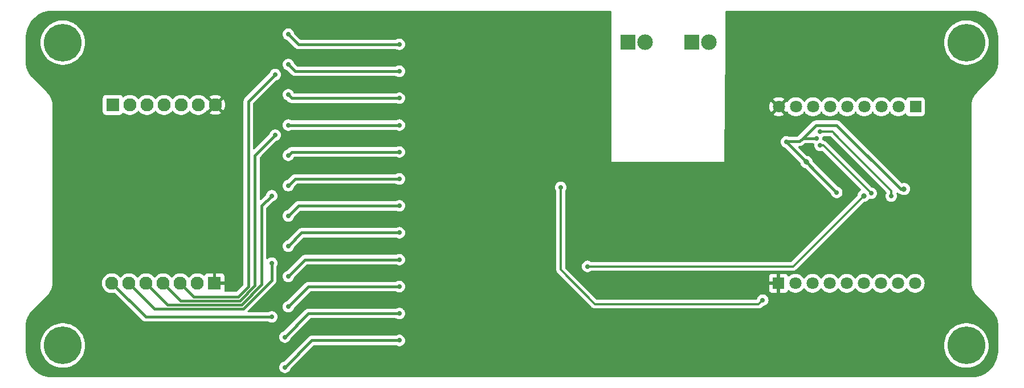
<source format=gbr>
%TF.GenerationSoftware,KiCad,Pcbnew,8.0.2*%
%TF.CreationDate,2024-10-10T15:26:05+02:00*%
%TF.ProjectId,BMS,424d532e-6b69-4636-9164-5f7063625858,rev?*%
%TF.SameCoordinates,Original*%
%TF.FileFunction,Copper,L2,Bot*%
%TF.FilePolarity,Positive*%
%FSLAX46Y46*%
G04 Gerber Fmt 4.6, Leading zero omitted, Abs format (unit mm)*
G04 Created by KiCad (PCBNEW 8.0.2) date 2024-10-10 15:26:05*
%MOMM*%
%LPD*%
G01*
G04 APERTURE LIST*
%TA.AperFunction,ComponentPad*%
%ADD10R,2.325000X2.325000*%
%TD*%
%TA.AperFunction,ComponentPad*%
%ADD11C,2.325000*%
%TD*%
%TA.AperFunction,ComponentPad*%
%ADD12C,5.600000*%
%TD*%
%TA.AperFunction,ComponentPad*%
%ADD13R,1.800000X1.800000*%
%TD*%
%TA.AperFunction,ComponentPad*%
%ADD14C,1.800000*%
%TD*%
%TA.AperFunction,ComponentPad*%
%ADD15R,1.950000X1.950000*%
%TD*%
%TA.AperFunction,ComponentPad*%
%ADD16C,1.950000*%
%TD*%
%TA.AperFunction,ViaPad*%
%ADD17C,0.800000*%
%TD*%
%TA.AperFunction,ViaPad*%
%ADD18C,0.700000*%
%TD*%
%TA.AperFunction,Conductor*%
%ADD19C,0.300000*%
%TD*%
%TA.AperFunction,Conductor*%
%ADD20C,0.400000*%
%TD*%
G04 APERTURE END LIST*
D10*
%TO.P,J3,1,Pin_1*%
%TO.N,Net-(J3-Pin_1)*%
X163000000Y-68155000D03*
D11*
%TO.P,J3,2,Pin_2*%
%TO.N,Net-(J3-Pin_2)*%
X165540000Y-68155000D03*
%TD*%
D12*
%TO.P,,1*%
%TO.N,N/C*%
X203750000Y-113250000D03*
%TD*%
%TO.P,,1*%
%TO.N,N/C*%
X69500000Y-113250000D03*
%TD*%
D13*
%TO.P,J5,1,Pin_1*%
%TO.N,/T16*%
X196200000Y-77775000D03*
D14*
%TO.P,J5,2,Pin_2*%
%TO.N,/T15*%
X193660000Y-77775000D03*
%TO.P,J5,3,Pin_3*%
%TO.N,/T14*%
X191120000Y-77775000D03*
%TO.P,J5,4,Pin_4*%
%TO.N,/T13*%
X188580000Y-77775000D03*
%TO.P,J5,5,Pin_5*%
%TO.N,/T12*%
X186040000Y-77775000D03*
%TO.P,J5,6,Pin_6*%
%TO.N,/T11*%
X183500000Y-77775000D03*
%TO.P,J5,7,Pin_7*%
%TO.N,/T10*%
X180960000Y-77775000D03*
%TO.P,J5,8,Pin_8*%
%TO.N,/T9*%
X178420000Y-77775000D03*
%TO.P,J5,9,Pin_9*%
%TO.N,-VDC*%
X175880000Y-77775000D03*
%TD*%
D13*
%TO.P,J4,1,Pin_1*%
%TO.N,-VDC*%
X175840000Y-104000000D03*
D14*
%TO.P,J4,2,Pin_2*%
%TO.N,/T8*%
X178380000Y-104000000D03*
%TO.P,J4,3,Pin_3*%
%TO.N,/T7*%
X180920000Y-104000000D03*
%TO.P,J4,4,Pin_4*%
%TO.N,/T6*%
X183460000Y-104000000D03*
%TO.P,J4,5,Pin_5*%
%TO.N,/T5*%
X186000000Y-104000000D03*
%TO.P,J4,6,Pin_6*%
%TO.N,/T4*%
X188540000Y-104000000D03*
%TO.P,J4,7,Pin_7*%
%TO.N,/T3*%
X191080000Y-104000000D03*
%TO.P,J4,8,Pin_8*%
%TO.N,/T2*%
X193620000Y-104000000D03*
%TO.P,J4,9,Pin_9*%
%TO.N,/T1*%
X196160000Y-104000000D03*
%TD*%
D15*
%TO.P,J6,1,Pin_1*%
%TO.N,/Cell 11*%
X76930000Y-77500000D03*
D16*
%TO.P,J6,2,Pin_2*%
%TO.N,/Cell 9*%
X79470000Y-77500000D03*
%TO.P,J6,3,Pin_3*%
%TO.N,/Cell 7*%
X82010000Y-77500000D03*
%TO.P,J6,4,Pin_4*%
%TO.N,/Cell 5*%
X84550000Y-77500000D03*
%TO.P,J6,5,Pin_5*%
%TO.N,/Cell 3*%
X87090000Y-77500000D03*
%TO.P,J6,6,Pin_6*%
%TO.N,/Cell 1*%
X89630000Y-77500000D03*
%TO.P,J6,7,Pin_7*%
%TO.N,-VDC*%
X92170000Y-77500000D03*
%TD*%
D10*
%TO.P,J1,1,Pin_1*%
%TO.N,Net-(J1-Pin_1)*%
X153460000Y-68155000D03*
D11*
%TO.P,J1,2,Pin_2*%
%TO.N,Net-(J1-Pin_2)*%
X156000000Y-68155000D03*
%TD*%
D12*
%TO.P,,1*%
%TO.N,N/C*%
X203750000Y-68250000D03*
%TD*%
%TO.P,REF\u002A\u002A,1*%
%TO.N,N/C*%
X69500000Y-68250000D03*
%TD*%
D15*
%TO.P,J2,1,Pin_1*%
%TO.N,-VDC*%
X92050000Y-104000000D03*
D16*
%TO.P,J2,2,Pin_2*%
%TO.N,+BATT*%
X89510000Y-104000000D03*
%TO.P,J2,3,Pin_3*%
%TO.N,/Cell 10*%
X86970000Y-104000000D03*
%TO.P,J2,4,Pin_4*%
%TO.N,/Cell 8*%
X84430000Y-104000000D03*
%TO.P,J2,5,Pin_5*%
%TO.N,/Cell 6*%
X81890000Y-104000000D03*
%TO.P,J2,6,Pin_6*%
%TO.N,/Cell 4*%
X79350000Y-104000000D03*
%TO.P,J2,7,Pin_7*%
%TO.N,/Cell 2*%
X76810000Y-104000000D03*
%TD*%
D17*
%TO.N,+5V*%
X194500000Y-90000000D03*
D18*
X143500000Y-89750000D03*
X177000000Y-83000000D03*
X184500000Y-90500000D03*
D17*
X180000000Y-86000000D03*
D18*
X181500000Y-82500000D03*
X173500000Y-106500000D03*
%TO.N,-VDC*%
X172500000Y-94000000D03*
X117000000Y-78500000D03*
X149500000Y-82500000D03*
X159500000Y-99500000D03*
X117000000Y-90500000D03*
X140000000Y-76500000D03*
X92000000Y-67500000D03*
X133750000Y-65000000D03*
X187844425Y-81312811D03*
X143500000Y-109000000D03*
X178000000Y-74500000D03*
X131000000Y-69500000D03*
X185500000Y-100000000D03*
X176500000Y-99500000D03*
X138000000Y-108000000D03*
X157000000Y-95500000D03*
X117000000Y-66500000D03*
X117000000Y-114500000D03*
X117000000Y-102500000D03*
X195000000Y-88500000D03*
X167500000Y-106000000D03*
%TO.N,/VREF2*%
X147500000Y-101500000D03*
D17*
X188500000Y-91000000D03*
D18*
%TO.N,/SCL*%
X182000000Y-81500000D03*
X192602012Y-91057008D03*
%TO.N,/SDA*%
X189635627Y-90635627D03*
X182000000Y-83500000D03*
%TO.N,/Cell 10*%
X101050000Y-73000000D03*
%TO.N,/Cell 8*%
X101050000Y-82000000D03*
%TO.N,/Cell 6*%
X100550000Y-91000000D03*
%TO.N,/Cell 4*%
X100550000Y-101000000D03*
%TO.N,/Cell 2*%
X100550000Y-109000000D03*
%TO.N,Net-(Q1-G)*%
X119500000Y-108500000D03*
X102500000Y-112000000D03*
%TO.N,Net-(Q2-G)*%
X119500000Y-104500000D03*
X103000000Y-107500000D03*
%TO.N,Net-(Q3-G)*%
X103000000Y-103000000D03*
X119500000Y-100500000D03*
%TO.N,Net-(Q4-G)*%
X119500000Y-96500000D03*
X103000000Y-98500000D03*
%TO.N,Net-(Q5-G)*%
X103000000Y-94000000D03*
X119500000Y-92500000D03*
%TO.N,Net-(Q6-G)*%
X119500000Y-88500000D03*
X103000000Y-89500000D03*
%TO.N,Net-(Q7-G)*%
X103000000Y-85000000D03*
X119500000Y-84500000D03*
%TO.N,Net-(Q8-G)*%
X103000000Y-80500000D03*
X119500000Y-80500000D03*
%TO.N,Net-(Q9-G)*%
X119500000Y-76500000D03*
X103000000Y-76000000D03*
%TO.N,Net-(Q10-G)*%
X103000000Y-71500000D03*
X119500000Y-72500000D03*
%TO.N,Net-(Q11-G)*%
X119500000Y-68500000D03*
X103000000Y-67000000D03*
%TO.N,Net-(Q12-G)*%
X119500000Y-112500000D03*
X102500000Y-116500000D03*
%TD*%
D19*
%TO.N,+5V*%
X143500000Y-102000000D02*
X148600000Y-107100000D01*
D20*
X194000000Y-90000000D02*
X184500000Y-80500000D01*
D19*
X143500000Y-89750000D02*
X143500000Y-102000000D01*
D20*
X181425500Y-80500000D02*
X179462750Y-82462750D01*
X179000000Y-82925500D02*
X177074500Y-82925500D01*
X179462750Y-82462750D02*
X179000000Y-82925500D01*
X194500000Y-90000000D02*
X194000000Y-90000000D01*
X177074500Y-82925500D02*
X177000000Y-83000000D01*
X184500000Y-90500000D02*
X177000000Y-83000000D01*
X184500000Y-80500000D02*
X181425500Y-80500000D01*
X179462750Y-82462750D02*
X179500000Y-82500000D01*
X179500000Y-82500000D02*
X181500000Y-82500000D01*
D19*
X148600000Y-107100000D02*
X172900000Y-107100000D01*
X172900000Y-107100000D02*
X173500000Y-106500000D01*
%TO.N,/VREF2*%
X178000500Y-101499500D02*
X188500000Y-91000000D01*
X147500000Y-101499500D02*
X178000500Y-101499500D01*
%TO.N,/SCL*%
X184919796Y-82580204D02*
X192602012Y-90262420D01*
X184564592Y-82225000D02*
X184919796Y-82580204D01*
X182000000Y-81500000D02*
X183839592Y-81500000D01*
X192602012Y-90262420D02*
X192602012Y-91057008D01*
X183839592Y-81500000D02*
X184919796Y-82580204D01*
%TO.N,/SDA*%
X182025000Y-83525000D02*
X182000000Y-83500000D01*
X189610627Y-90635627D02*
X182500000Y-83525000D01*
X189635627Y-90635627D02*
X189610627Y-90635627D01*
X182500000Y-83525000D02*
X182025000Y-83525000D01*
D20*
%TO.N,/Cell 10*%
X101050000Y-73000000D02*
X97050000Y-77000000D01*
X88970000Y-106000000D02*
X86970000Y-104000000D01*
X97050000Y-77000000D02*
X97050000Y-104500000D01*
X95550000Y-106000000D02*
X88970000Y-106000000D01*
X97050000Y-104500000D02*
X95550000Y-106000000D01*
%TO.N,/Cell 8*%
X98050000Y-85000000D02*
X98050000Y-104348528D01*
X98050000Y-104348528D02*
X95798528Y-106600000D01*
X87030000Y-106600000D02*
X84430000Y-104000000D01*
X101050000Y-82000000D02*
X98050000Y-85000000D01*
X95798528Y-106600000D02*
X87030000Y-106600000D01*
%TO.N,/Cell 6*%
X96047056Y-107200000D02*
X85090000Y-107200000D01*
X100550000Y-91000000D02*
X99050000Y-92500000D01*
X99050000Y-104197056D02*
X96047056Y-107200000D01*
X99050000Y-92500000D02*
X99050000Y-104197056D01*
X85090000Y-107200000D02*
X81890000Y-104000000D01*
%TO.N,/Cell 4*%
X100550000Y-103545584D02*
X96295584Y-107800000D01*
X100550000Y-101000000D02*
X100550000Y-103545584D01*
X96295584Y-107800000D02*
X83150000Y-107800000D01*
X83150000Y-107800000D02*
X79350000Y-104000000D01*
%TO.N,/Cell 2*%
X100550000Y-109000000D02*
X81810000Y-109000000D01*
X81810000Y-109000000D02*
X76810000Y-104000000D01*
%TO.N,Net-(Q1-G)*%
X106000000Y-108500000D02*
X102500000Y-112000000D01*
X119500000Y-108500000D02*
X106000000Y-108500000D01*
%TO.N,Net-(Q2-G)*%
X106000000Y-104500000D02*
X103000000Y-107500000D01*
X119500000Y-104500000D02*
X106000000Y-104500000D01*
%TO.N,Net-(Q3-G)*%
X105500000Y-100500000D02*
X103000000Y-103000000D01*
X119500000Y-100500000D02*
X105500000Y-100500000D01*
%TO.N,Net-(Q4-G)*%
X105000000Y-96500000D02*
X103000000Y-98500000D01*
X119500000Y-96500000D02*
X105000000Y-96500000D01*
%TO.N,Net-(Q5-G)*%
X104500000Y-92500000D02*
X103000000Y-94000000D01*
X119500000Y-92500000D02*
X104500000Y-92500000D01*
%TO.N,Net-(Q6-G)*%
X104000000Y-88500000D02*
X103000000Y-89500000D01*
X119500000Y-88500000D02*
X104000000Y-88500000D01*
%TO.N,Net-(Q7-G)*%
X103500000Y-84500000D02*
X103000000Y-85000000D01*
X119500000Y-84500000D02*
X103500000Y-84500000D01*
%TO.N,Net-(Q8-G)*%
X119500000Y-80500000D02*
X103000000Y-80500000D01*
%TO.N,Net-(Q9-G)*%
X103500000Y-76500000D02*
X103000000Y-76000000D01*
X119500000Y-76500000D02*
X103500000Y-76500000D01*
%TO.N,Net-(Q10-G)*%
X104000000Y-72500000D02*
X103000000Y-71500000D01*
X119500000Y-72500000D02*
X104000000Y-72500000D01*
%TO.N,Net-(Q11-G)*%
X104500000Y-68500000D02*
X103000000Y-67000000D01*
X119500000Y-68500000D02*
X104500000Y-68500000D01*
%TO.N,Net-(Q12-G)*%
X106500000Y-112500000D02*
X102500000Y-116500000D01*
X119500000Y-112500000D02*
X106500000Y-112500000D01*
%TD*%
%TA.AperFunction,Conductor*%
%TO.N,-VDC*%
G36*
X150943039Y-63519685D02*
G01*
X150988794Y-63572489D01*
X151000000Y-63624000D01*
X151000000Y-86000000D01*
X167750000Y-86000000D01*
X167766696Y-84497335D01*
X167841389Y-77774994D01*
X174475202Y-77774994D01*
X174475202Y-77775005D01*
X174494361Y-78006218D01*
X174551317Y-78231135D01*
X174644515Y-78443606D01*
X174728812Y-78572633D01*
X175315387Y-77986058D01*
X175320889Y-78006591D01*
X175399881Y-78143408D01*
X175511592Y-78255119D01*
X175648409Y-78334111D01*
X175668940Y-78339612D01*
X175081201Y-78927351D01*
X175111649Y-78951050D01*
X175315697Y-79061476D01*
X175315706Y-79061479D01*
X175535139Y-79136811D01*
X175763993Y-79175000D01*
X175996007Y-79175000D01*
X176224860Y-79136811D01*
X176444293Y-79061479D01*
X176444301Y-79061476D01*
X176648355Y-78951047D01*
X176678797Y-78927351D01*
X176678798Y-78927350D01*
X176091060Y-78339612D01*
X176111591Y-78334111D01*
X176248408Y-78255119D01*
X176360119Y-78143408D01*
X176439111Y-78006591D01*
X176444612Y-77986059D01*
X177031185Y-78572632D01*
X177045891Y-78550125D01*
X177099037Y-78504768D01*
X177168268Y-78495344D01*
X177231604Y-78524846D01*
X177253508Y-78550123D01*
X177311021Y-78638153D01*
X177468216Y-78808913D01*
X177468219Y-78808915D01*
X177468222Y-78808918D01*
X177651365Y-78951464D01*
X177651371Y-78951468D01*
X177651374Y-78951470D01*
X177801185Y-79032544D01*
X177854652Y-79061479D01*
X177855497Y-79061936D01*
X177969487Y-79101068D01*
X178075015Y-79137297D01*
X178075017Y-79137297D01*
X178075019Y-79137298D01*
X178303951Y-79175500D01*
X178303952Y-79175500D01*
X178536048Y-79175500D01*
X178536049Y-79175500D01*
X178764981Y-79137298D01*
X178984503Y-79061936D01*
X179188626Y-78951470D01*
X179189170Y-78951047D01*
X179311471Y-78855856D01*
X179371784Y-78808913D01*
X179528979Y-78638153D01*
X179586191Y-78550582D01*
X179639337Y-78505226D01*
X179708568Y-78495802D01*
X179771904Y-78525304D01*
X179793809Y-78550583D01*
X179851016Y-78638147D01*
X179851018Y-78638149D01*
X179851021Y-78638153D01*
X180008216Y-78808913D01*
X180008219Y-78808915D01*
X180008222Y-78808918D01*
X180191365Y-78951464D01*
X180191371Y-78951468D01*
X180191374Y-78951470D01*
X180341185Y-79032544D01*
X180394652Y-79061479D01*
X180395497Y-79061936D01*
X180509487Y-79101068D01*
X180615015Y-79137297D01*
X180615017Y-79137297D01*
X180615019Y-79137298D01*
X180843951Y-79175500D01*
X180843952Y-79175500D01*
X181076048Y-79175500D01*
X181076049Y-79175500D01*
X181304981Y-79137298D01*
X181524503Y-79061936D01*
X181728626Y-78951470D01*
X181729170Y-78951047D01*
X181851471Y-78855856D01*
X181911784Y-78808913D01*
X182068979Y-78638153D01*
X182126191Y-78550582D01*
X182179337Y-78505226D01*
X182248568Y-78495802D01*
X182311904Y-78525304D01*
X182333809Y-78550583D01*
X182391016Y-78638147D01*
X182391018Y-78638149D01*
X182391021Y-78638153D01*
X182548216Y-78808913D01*
X182548219Y-78808915D01*
X182548222Y-78808918D01*
X182731365Y-78951464D01*
X182731371Y-78951468D01*
X182731374Y-78951470D01*
X182881185Y-79032544D01*
X182934652Y-79061479D01*
X182935497Y-79061936D01*
X183049487Y-79101068D01*
X183155015Y-79137297D01*
X183155017Y-79137297D01*
X183155019Y-79137298D01*
X183383951Y-79175500D01*
X183383952Y-79175500D01*
X183616048Y-79175500D01*
X183616049Y-79175500D01*
X183844981Y-79137298D01*
X184064503Y-79061936D01*
X184268626Y-78951470D01*
X184269170Y-78951047D01*
X184391471Y-78855856D01*
X184451784Y-78808913D01*
X184608979Y-78638153D01*
X184666191Y-78550582D01*
X184719337Y-78505226D01*
X184788568Y-78495802D01*
X184851904Y-78525304D01*
X184873809Y-78550583D01*
X184931016Y-78638147D01*
X184931018Y-78638149D01*
X184931021Y-78638153D01*
X185088216Y-78808913D01*
X185088219Y-78808915D01*
X185088222Y-78808918D01*
X185271365Y-78951464D01*
X185271371Y-78951468D01*
X185271374Y-78951470D01*
X185421185Y-79032544D01*
X185474652Y-79061479D01*
X185475497Y-79061936D01*
X185589487Y-79101068D01*
X185695015Y-79137297D01*
X185695017Y-79137297D01*
X185695019Y-79137298D01*
X185923951Y-79175500D01*
X185923952Y-79175500D01*
X186156048Y-79175500D01*
X186156049Y-79175500D01*
X186384981Y-79137298D01*
X186604503Y-79061936D01*
X186808626Y-78951470D01*
X186809170Y-78951047D01*
X186931471Y-78855856D01*
X186991784Y-78808913D01*
X187148979Y-78638153D01*
X187206191Y-78550582D01*
X187259337Y-78505226D01*
X187328568Y-78495802D01*
X187391904Y-78525304D01*
X187413809Y-78550583D01*
X187471016Y-78638147D01*
X187471018Y-78638149D01*
X187471021Y-78638153D01*
X187628216Y-78808913D01*
X187628219Y-78808915D01*
X187628222Y-78808918D01*
X187811365Y-78951464D01*
X187811371Y-78951468D01*
X187811374Y-78951470D01*
X187961185Y-79032544D01*
X188014652Y-79061479D01*
X188015497Y-79061936D01*
X188129487Y-79101068D01*
X188235015Y-79137297D01*
X188235017Y-79137297D01*
X188235019Y-79137298D01*
X188463951Y-79175500D01*
X188463952Y-79175500D01*
X188696048Y-79175500D01*
X188696049Y-79175500D01*
X188924981Y-79137298D01*
X189144503Y-79061936D01*
X189348626Y-78951470D01*
X189349170Y-78951047D01*
X189471471Y-78855856D01*
X189531784Y-78808913D01*
X189688979Y-78638153D01*
X189746191Y-78550582D01*
X189799337Y-78505226D01*
X189868568Y-78495802D01*
X189931904Y-78525304D01*
X189953809Y-78550583D01*
X190011016Y-78638147D01*
X190011018Y-78638149D01*
X190011021Y-78638153D01*
X190168216Y-78808913D01*
X190168219Y-78808915D01*
X190168222Y-78808918D01*
X190351365Y-78951464D01*
X190351371Y-78951468D01*
X190351374Y-78951470D01*
X190501185Y-79032544D01*
X190554652Y-79061479D01*
X190555497Y-79061936D01*
X190669487Y-79101068D01*
X190775015Y-79137297D01*
X190775017Y-79137297D01*
X190775019Y-79137298D01*
X191003951Y-79175500D01*
X191003952Y-79175500D01*
X191236048Y-79175500D01*
X191236049Y-79175500D01*
X191464981Y-79137298D01*
X191684503Y-79061936D01*
X191888626Y-78951470D01*
X191889170Y-78951047D01*
X192011471Y-78855856D01*
X192071784Y-78808913D01*
X192228979Y-78638153D01*
X192286191Y-78550582D01*
X192339337Y-78505226D01*
X192408568Y-78495802D01*
X192471904Y-78525304D01*
X192493809Y-78550583D01*
X192551016Y-78638147D01*
X192551018Y-78638149D01*
X192551021Y-78638153D01*
X192708216Y-78808913D01*
X192708219Y-78808915D01*
X192708222Y-78808918D01*
X192891365Y-78951464D01*
X192891371Y-78951468D01*
X192891374Y-78951470D01*
X193041185Y-79032544D01*
X193094652Y-79061479D01*
X193095497Y-79061936D01*
X193209487Y-79101068D01*
X193315015Y-79137297D01*
X193315017Y-79137297D01*
X193315019Y-79137298D01*
X193543951Y-79175500D01*
X193543952Y-79175500D01*
X193776048Y-79175500D01*
X193776049Y-79175500D01*
X194004981Y-79137298D01*
X194224503Y-79061936D01*
X194428626Y-78951470D01*
X194429170Y-78951047D01*
X194551471Y-78855856D01*
X194611784Y-78808913D01*
X194620130Y-78799846D01*
X194680010Y-78763854D01*
X194749849Y-78765949D01*
X194807468Y-78805469D01*
X194827544Y-78840491D01*
X194856203Y-78917330D01*
X194856206Y-78917335D01*
X194942452Y-79032544D01*
X194942455Y-79032547D01*
X195057664Y-79118793D01*
X195057671Y-79118797D01*
X195192517Y-79169091D01*
X195192516Y-79169091D01*
X195199444Y-79169835D01*
X195252127Y-79175500D01*
X197147872Y-79175499D01*
X197207483Y-79169091D01*
X197342331Y-79118796D01*
X197457546Y-79032546D01*
X197543796Y-78917331D01*
X197594091Y-78782483D01*
X197600500Y-78722873D01*
X197600499Y-76827128D01*
X197594091Y-76767517D01*
X197584233Y-76741087D01*
X197543797Y-76632671D01*
X197543793Y-76632664D01*
X197457547Y-76517455D01*
X197457544Y-76517452D01*
X197342335Y-76431206D01*
X197342328Y-76431202D01*
X197207482Y-76380908D01*
X197207483Y-76380908D01*
X197147883Y-76374501D01*
X197147881Y-76374500D01*
X197147873Y-76374500D01*
X197147864Y-76374500D01*
X195252129Y-76374500D01*
X195252123Y-76374501D01*
X195192516Y-76380908D01*
X195057671Y-76431202D01*
X195057664Y-76431206D01*
X194942455Y-76517452D01*
X194942452Y-76517455D01*
X194856206Y-76632664D01*
X194856203Y-76632670D01*
X194827544Y-76709508D01*
X194785672Y-76765441D01*
X194720208Y-76789858D01*
X194651935Y-76775006D01*
X194620135Y-76750158D01*
X194611784Y-76741087D01*
X194611778Y-76741082D01*
X194611777Y-76741081D01*
X194428634Y-76598535D01*
X194428628Y-76598531D01*
X194224504Y-76488064D01*
X194224495Y-76488061D01*
X194004984Y-76412702D01*
X193814450Y-76380908D01*
X193776049Y-76374500D01*
X193543951Y-76374500D01*
X193505550Y-76380908D01*
X193315015Y-76412702D01*
X193095504Y-76488061D01*
X193095495Y-76488064D01*
X192891371Y-76598531D01*
X192891365Y-76598535D01*
X192708222Y-76741081D01*
X192708219Y-76741084D01*
X192708216Y-76741086D01*
X192708216Y-76741087D01*
X192663319Y-76789858D01*
X192551016Y-76911852D01*
X192493809Y-76999416D01*
X192440662Y-77044773D01*
X192371431Y-77054197D01*
X192308095Y-77024695D01*
X192286191Y-76999416D01*
X192228983Y-76911852D01*
X192228980Y-76911849D01*
X192228979Y-76911847D01*
X192071784Y-76741087D01*
X192071779Y-76741083D01*
X192071777Y-76741081D01*
X191888634Y-76598535D01*
X191888628Y-76598531D01*
X191684504Y-76488064D01*
X191684495Y-76488061D01*
X191464984Y-76412702D01*
X191274450Y-76380908D01*
X191236049Y-76374500D01*
X191003951Y-76374500D01*
X190965550Y-76380908D01*
X190775015Y-76412702D01*
X190555504Y-76488061D01*
X190555495Y-76488064D01*
X190351371Y-76598531D01*
X190351365Y-76598535D01*
X190168222Y-76741081D01*
X190168219Y-76741084D01*
X190168216Y-76741086D01*
X190168216Y-76741087D01*
X190123319Y-76789858D01*
X190011016Y-76911852D01*
X189953809Y-76999416D01*
X189900662Y-77044773D01*
X189831431Y-77054197D01*
X189768095Y-77024695D01*
X189746191Y-76999416D01*
X189688983Y-76911852D01*
X189688980Y-76911849D01*
X189688979Y-76911847D01*
X189531784Y-76741087D01*
X189531779Y-76741083D01*
X189531777Y-76741081D01*
X189348634Y-76598535D01*
X189348628Y-76598531D01*
X189144504Y-76488064D01*
X189144495Y-76488061D01*
X188924984Y-76412702D01*
X188734450Y-76380908D01*
X188696049Y-76374500D01*
X188463951Y-76374500D01*
X188425550Y-76380908D01*
X188235015Y-76412702D01*
X188015504Y-76488061D01*
X188015495Y-76488064D01*
X187811371Y-76598531D01*
X187811365Y-76598535D01*
X187628222Y-76741081D01*
X187628219Y-76741084D01*
X187628216Y-76741086D01*
X187628216Y-76741087D01*
X187583319Y-76789858D01*
X187471016Y-76911852D01*
X187413809Y-76999416D01*
X187360662Y-77044773D01*
X187291431Y-77054197D01*
X187228095Y-77024695D01*
X187206191Y-76999416D01*
X187148983Y-76911852D01*
X187148980Y-76911849D01*
X187148979Y-76911847D01*
X186991784Y-76741087D01*
X186991779Y-76741083D01*
X186991777Y-76741081D01*
X186808634Y-76598535D01*
X186808628Y-76598531D01*
X186604504Y-76488064D01*
X186604495Y-76488061D01*
X186384984Y-76412702D01*
X186194450Y-76380908D01*
X186156049Y-76374500D01*
X185923951Y-76374500D01*
X185885550Y-76380908D01*
X185695015Y-76412702D01*
X185475504Y-76488061D01*
X185475495Y-76488064D01*
X185271371Y-76598531D01*
X185271365Y-76598535D01*
X185088222Y-76741081D01*
X185088219Y-76741084D01*
X185088216Y-76741086D01*
X185088216Y-76741087D01*
X185043319Y-76789858D01*
X184931016Y-76911852D01*
X184873809Y-76999416D01*
X184820662Y-77044773D01*
X184751431Y-77054197D01*
X184688095Y-77024695D01*
X184666191Y-76999416D01*
X184608983Y-76911852D01*
X184608980Y-76911849D01*
X184608979Y-76911847D01*
X184451784Y-76741087D01*
X184451779Y-76741083D01*
X184451777Y-76741081D01*
X184268634Y-76598535D01*
X184268628Y-76598531D01*
X184064504Y-76488064D01*
X184064495Y-76488061D01*
X183844984Y-76412702D01*
X183654450Y-76380908D01*
X183616049Y-76374500D01*
X183383951Y-76374500D01*
X183345550Y-76380908D01*
X183155015Y-76412702D01*
X182935504Y-76488061D01*
X182935495Y-76488064D01*
X182731371Y-76598531D01*
X182731365Y-76598535D01*
X182548222Y-76741081D01*
X182548219Y-76741084D01*
X182548216Y-76741086D01*
X182548216Y-76741087D01*
X182503319Y-76789858D01*
X182391016Y-76911852D01*
X182333809Y-76999416D01*
X182280662Y-77044773D01*
X182211431Y-77054197D01*
X182148095Y-77024695D01*
X182126191Y-76999416D01*
X182068983Y-76911852D01*
X182068980Y-76911849D01*
X182068979Y-76911847D01*
X181911784Y-76741087D01*
X181911779Y-76741083D01*
X181911777Y-76741081D01*
X181728634Y-76598535D01*
X181728628Y-76598531D01*
X181524504Y-76488064D01*
X181524495Y-76488061D01*
X181304984Y-76412702D01*
X181114450Y-76380908D01*
X181076049Y-76374500D01*
X180843951Y-76374500D01*
X180805550Y-76380908D01*
X180615015Y-76412702D01*
X180395504Y-76488061D01*
X180395495Y-76488064D01*
X180191371Y-76598531D01*
X180191365Y-76598535D01*
X180008222Y-76741081D01*
X180008219Y-76741084D01*
X180008216Y-76741086D01*
X180008216Y-76741087D01*
X179963319Y-76789858D01*
X179851016Y-76911852D01*
X179793809Y-76999416D01*
X179740662Y-77044773D01*
X179671431Y-77054197D01*
X179608095Y-77024695D01*
X179586191Y-76999416D01*
X179528983Y-76911852D01*
X179528980Y-76911849D01*
X179528979Y-76911847D01*
X179371784Y-76741087D01*
X179371779Y-76741083D01*
X179371777Y-76741081D01*
X179188634Y-76598535D01*
X179188628Y-76598531D01*
X178984504Y-76488064D01*
X178984495Y-76488061D01*
X178764984Y-76412702D01*
X178574450Y-76380908D01*
X178536049Y-76374500D01*
X178303951Y-76374500D01*
X178265550Y-76380908D01*
X178075015Y-76412702D01*
X177855504Y-76488061D01*
X177855495Y-76488064D01*
X177651371Y-76598531D01*
X177651365Y-76598535D01*
X177468222Y-76741081D01*
X177468219Y-76741084D01*
X177468216Y-76741086D01*
X177468216Y-76741087D01*
X177311379Y-76911459D01*
X177311015Y-76911854D01*
X177253509Y-76999874D01*
X177200363Y-77045230D01*
X177131132Y-77054654D01*
X177067796Y-77025152D01*
X177045892Y-76999874D01*
X177031186Y-76977365D01*
X176444612Y-77563939D01*
X176439111Y-77543409D01*
X176360119Y-77406592D01*
X176248408Y-77294881D01*
X176111591Y-77215889D01*
X176091058Y-77210387D01*
X176678797Y-76622647D01*
X176678797Y-76622645D01*
X176648360Y-76598955D01*
X176648354Y-76598951D01*
X176444302Y-76488523D01*
X176444293Y-76488520D01*
X176224860Y-76413188D01*
X175996007Y-76375000D01*
X175763993Y-76375000D01*
X175535139Y-76413188D01*
X175315706Y-76488520D01*
X175315697Y-76488523D01*
X175111650Y-76598949D01*
X175081200Y-76622647D01*
X175668941Y-77210387D01*
X175648409Y-77215889D01*
X175511592Y-77294881D01*
X175399881Y-77406592D01*
X175320889Y-77543409D01*
X175315387Y-77563941D01*
X174728811Y-76977365D01*
X174644516Y-77106390D01*
X174551317Y-77318864D01*
X174494361Y-77543781D01*
X174475202Y-77774994D01*
X167841389Y-77774994D01*
X167947223Y-68249997D01*
X200444652Y-68249997D01*
X200444652Y-68250002D01*
X200464028Y-68607368D01*
X200464029Y-68607385D01*
X200521926Y-68960539D01*
X200521932Y-68960565D01*
X200617672Y-69305392D01*
X200617674Y-69305399D01*
X200750142Y-69637870D01*
X200750151Y-69637888D01*
X200917784Y-69954077D01*
X200917790Y-69954086D01*
X201118634Y-70250309D01*
X201118641Y-70250319D01*
X201350331Y-70523085D01*
X201350332Y-70523086D01*
X201610163Y-70769211D01*
X201895081Y-70985800D01*
X202201747Y-71170315D01*
X202201749Y-71170316D01*
X202201751Y-71170317D01*
X202201755Y-71170319D01*
X202388036Y-71256501D01*
X202526565Y-71320591D01*
X202865726Y-71434868D01*
X203215254Y-71511805D01*
X203571052Y-71550500D01*
X203571058Y-71550500D01*
X203928942Y-71550500D01*
X203928948Y-71550500D01*
X204284746Y-71511805D01*
X204634274Y-71434868D01*
X204973435Y-71320591D01*
X205298253Y-71170315D01*
X205604919Y-70985800D01*
X205889837Y-70769211D01*
X206149668Y-70523086D01*
X206381365Y-70250311D01*
X206582211Y-69954085D01*
X206749853Y-69637880D01*
X206882324Y-69305403D01*
X206978071Y-68960552D01*
X207035972Y-68607371D01*
X207055348Y-68250000D01*
X207035972Y-67892629D01*
X207031356Y-67864474D01*
X206978073Y-67539460D01*
X206978072Y-67539459D01*
X206978071Y-67539448D01*
X206924870Y-67347835D01*
X206882327Y-67194607D01*
X206882325Y-67194600D01*
X206875632Y-67177803D01*
X206839868Y-67088041D01*
X206749857Y-66862129D01*
X206749848Y-66862111D01*
X206582215Y-66545922D01*
X206582213Y-66545919D01*
X206582211Y-66545915D01*
X206381365Y-66249689D01*
X206381361Y-66249684D01*
X206381358Y-66249680D01*
X206149668Y-65976914D01*
X205889837Y-65730789D01*
X205889830Y-65730783D01*
X205889827Y-65730781D01*
X205822245Y-65679407D01*
X205604919Y-65514200D01*
X205298253Y-65329685D01*
X205298252Y-65329684D01*
X205298248Y-65329682D01*
X205298244Y-65329680D01*
X204973447Y-65179414D01*
X204973441Y-65179411D01*
X204973435Y-65179409D01*
X204770595Y-65111064D01*
X204634273Y-65065131D01*
X204284744Y-64988194D01*
X203928949Y-64949500D01*
X203928948Y-64949500D01*
X203571052Y-64949500D01*
X203571050Y-64949500D01*
X203215255Y-64988194D01*
X202865726Y-65065131D01*
X202609970Y-65151306D01*
X202526565Y-65179409D01*
X202526563Y-65179410D01*
X202526552Y-65179414D01*
X202201755Y-65329680D01*
X202201751Y-65329682D01*
X202005591Y-65447708D01*
X201895081Y-65514200D01*
X201806768Y-65581333D01*
X201610172Y-65730781D01*
X201610163Y-65730789D01*
X201350331Y-65976914D01*
X201118641Y-66249680D01*
X201118634Y-66249690D01*
X200917790Y-66545913D01*
X200917784Y-66545922D01*
X200750151Y-66862111D01*
X200750142Y-66862129D01*
X200617674Y-67194600D01*
X200617672Y-67194607D01*
X200521932Y-67539434D01*
X200521926Y-67539460D01*
X200464029Y-67892614D01*
X200464028Y-67892631D01*
X200444652Y-68249997D01*
X167947223Y-68249997D01*
X167998638Y-63622622D01*
X168019066Y-63555806D01*
X168072375Y-63510640D01*
X168122630Y-63500000D01*
X204499213Y-63500000D01*
X204500733Y-63500008D01*
X204691077Y-63502343D01*
X204701681Y-63502930D01*
X205081224Y-63540312D01*
X205093249Y-63542096D01*
X205466527Y-63616345D01*
X205478329Y-63619301D01*
X205842544Y-63729785D01*
X205854002Y-63733885D01*
X206205627Y-63879532D01*
X206216626Y-63884734D01*
X206552282Y-64064147D01*
X206562713Y-64070399D01*
X206879169Y-64281849D01*
X206888942Y-64289097D01*
X207183148Y-64530544D01*
X207192165Y-64538717D01*
X207461282Y-64807834D01*
X207469455Y-64816851D01*
X207710902Y-65111057D01*
X207718150Y-65120830D01*
X207929600Y-65437286D01*
X207935856Y-65447724D01*
X208115264Y-65783372D01*
X208120467Y-65794372D01*
X208266114Y-66145997D01*
X208270214Y-66157455D01*
X208380698Y-66521670D01*
X208383654Y-66533474D01*
X208457902Y-66906744D01*
X208459688Y-66918781D01*
X208497068Y-67298304D01*
X208497656Y-67308937D01*
X208499991Y-67499266D01*
X208500000Y-67500787D01*
X208500000Y-71256533D01*
X208499989Y-71258185D01*
X208497839Y-71419578D01*
X208497070Y-71431808D01*
X208460842Y-71753368D01*
X208458513Y-71767079D01*
X208386688Y-72081762D01*
X208382838Y-72095125D01*
X208276231Y-72399782D01*
X208270909Y-72412630D01*
X208130859Y-72703433D01*
X208124133Y-72715603D01*
X207952401Y-72988901D01*
X207944353Y-73000243D01*
X207742571Y-73253253D01*
X207734480Y-73262429D01*
X207621905Y-73378078D01*
X207620732Y-73379267D01*
X205378690Y-75621309D01*
X205261265Y-75741983D01*
X205215555Y-75799298D01*
X205051328Y-76005220D01*
X205051325Y-76005223D01*
X205051323Y-76005227D01*
X204872188Y-76290304D01*
X204872180Y-76290319D01*
X204726104Y-76593636D01*
X204726091Y-76593667D01*
X204614890Y-76911456D01*
X204614888Y-76911465D01*
X204539965Y-77239719D01*
X204502272Y-77574275D01*
X204502271Y-77574287D01*
X204502271Y-77574293D01*
X204500001Y-77742608D01*
X204500000Y-77742662D01*
X204500000Y-103757391D01*
X204502298Y-103925697D01*
X204502299Y-103925721D01*
X204539991Y-104260275D01*
X204539995Y-104260302D01*
X204614908Y-104588531D01*
X204614909Y-104588534D01*
X204614911Y-104588541D01*
X204614912Y-104588543D01*
X204614913Y-104588546D01*
X204726108Y-104906341D01*
X204726109Y-104906342D01*
X204839637Y-105142093D01*
X204872194Y-105209699D01*
X204937308Y-105313329D01*
X205051323Y-105494788D01*
X205261241Y-105758024D01*
X205261253Y-105758038D01*
X205378678Y-105878678D01*
X207620712Y-108120712D01*
X207621874Y-108121889D01*
X207724228Y-108227011D01*
X207734492Y-108237552D01*
X207742595Y-108246741D01*
X207795696Y-108313329D01*
X207944355Y-108499746D01*
X207952401Y-108511087D01*
X208124127Y-108784393D01*
X208130854Y-108796564D01*
X208270895Y-109087371D01*
X208276216Y-109100218D01*
X208324013Y-109236819D01*
X208363790Y-109350500D01*
X208382818Y-109404879D01*
X208386662Y-109418222D01*
X208458486Y-109732920D01*
X208460814Y-109746629D01*
X208497042Y-110068197D01*
X208497811Y-110080406D01*
X208499989Y-110241825D01*
X208500000Y-110243498D01*
X208500000Y-113999212D01*
X208499991Y-114000733D01*
X208497656Y-114191062D01*
X208497068Y-114201695D01*
X208459688Y-114581218D01*
X208457902Y-114593255D01*
X208383654Y-114966525D01*
X208380698Y-114978329D01*
X208270214Y-115342544D01*
X208266114Y-115354002D01*
X208120467Y-115705627D01*
X208115264Y-115716627D01*
X207935856Y-116052275D01*
X207929600Y-116062713D01*
X207718150Y-116379169D01*
X207710902Y-116388942D01*
X207469455Y-116683148D01*
X207461282Y-116692165D01*
X207192165Y-116961282D01*
X207183148Y-116969455D01*
X206888942Y-117210902D01*
X206879169Y-117218150D01*
X206562713Y-117429600D01*
X206552275Y-117435856D01*
X206216627Y-117615264D01*
X206205627Y-117620467D01*
X205854002Y-117766114D01*
X205842544Y-117770214D01*
X205478329Y-117880698D01*
X205466525Y-117883654D01*
X205093255Y-117957902D01*
X205081218Y-117959688D01*
X204701695Y-117997068D01*
X204691062Y-117997656D01*
X204500734Y-117999991D01*
X204499213Y-118000000D01*
X68000787Y-118000000D01*
X67999266Y-117999991D01*
X67808937Y-117997656D01*
X67798304Y-117997068D01*
X67418781Y-117959688D01*
X67406744Y-117957902D01*
X67033474Y-117883654D01*
X67021670Y-117880698D01*
X66657455Y-117770214D01*
X66645997Y-117766114D01*
X66294372Y-117620467D01*
X66283372Y-117615264D01*
X65947724Y-117435856D01*
X65937286Y-117429600D01*
X65620830Y-117218150D01*
X65611057Y-117210902D01*
X65316851Y-116969455D01*
X65307834Y-116961282D01*
X65038717Y-116692165D01*
X65030544Y-116683148D01*
X64789097Y-116388942D01*
X64781849Y-116379169D01*
X64642298Y-116170317D01*
X64570396Y-116062708D01*
X64564143Y-116052275D01*
X64534777Y-115997336D01*
X64384734Y-115716626D01*
X64379532Y-115705627D01*
X64233885Y-115354002D01*
X64229785Y-115342544D01*
X64119301Y-114978329D01*
X64116345Y-114966525D01*
X64050975Y-114637888D01*
X64042096Y-114593249D01*
X64040311Y-114581218D01*
X64002930Y-114201681D01*
X64002343Y-114191075D01*
X64000009Y-114000732D01*
X64000000Y-113999212D01*
X64000000Y-113249997D01*
X66194652Y-113249997D01*
X66194652Y-113250002D01*
X66214028Y-113607368D01*
X66214029Y-113607385D01*
X66271926Y-113960539D01*
X66271932Y-113960565D01*
X66367672Y-114305392D01*
X66367674Y-114305399D01*
X66500142Y-114637870D01*
X66500151Y-114637888D01*
X66667784Y-114954077D01*
X66667790Y-114954086D01*
X66868634Y-115250309D01*
X66868641Y-115250319D01*
X67100331Y-115523085D01*
X67100332Y-115523086D01*
X67360163Y-115769211D01*
X67645081Y-115985800D01*
X67951747Y-116170315D01*
X67951749Y-116170316D01*
X67951751Y-116170317D01*
X67951755Y-116170319D01*
X68276552Y-116320585D01*
X68276565Y-116320591D01*
X68615726Y-116434868D01*
X68965254Y-116511805D01*
X69321052Y-116550500D01*
X69321058Y-116550500D01*
X69678942Y-116550500D01*
X69678948Y-116550500D01*
X70034746Y-116511805D01*
X70088377Y-116500000D01*
X101644815Y-116500000D01*
X101663503Y-116677805D01*
X101663504Y-116677807D01*
X101718747Y-116847829D01*
X101718750Y-116847835D01*
X101808141Y-117002665D01*
X101849812Y-117048946D01*
X101927764Y-117135521D01*
X101927767Y-117135523D01*
X101927770Y-117135526D01*
X102072407Y-117240612D01*
X102235733Y-117313329D01*
X102410609Y-117350500D01*
X102410610Y-117350500D01*
X102589389Y-117350500D01*
X102589391Y-117350500D01*
X102764267Y-117313329D01*
X102927593Y-117240612D01*
X103072230Y-117135526D01*
X103191859Y-117002665D01*
X103281250Y-116847835D01*
X103336497Y-116677803D01*
X103336497Y-116677801D01*
X103338505Y-116671622D01*
X103341310Y-116672533D01*
X103368304Y-116622354D01*
X103368667Y-116621988D01*
X106753838Y-113236819D01*
X106815161Y-113203334D01*
X106841519Y-113200500D01*
X118976907Y-113200500D01*
X119043946Y-113220185D01*
X119049792Y-113224182D01*
X119072402Y-113240609D01*
X119072404Y-113240610D01*
X119072407Y-113240612D01*
X119235733Y-113313329D01*
X119410609Y-113350500D01*
X119410610Y-113350500D01*
X119589389Y-113350500D01*
X119589391Y-113350500D01*
X119764267Y-113313329D01*
X119906514Y-113249997D01*
X200444652Y-113249997D01*
X200444652Y-113250002D01*
X200464028Y-113607368D01*
X200464029Y-113607385D01*
X200521926Y-113960539D01*
X200521932Y-113960565D01*
X200617672Y-114305392D01*
X200617674Y-114305399D01*
X200750142Y-114637870D01*
X200750151Y-114637888D01*
X200917784Y-114954077D01*
X200917790Y-114954086D01*
X201118634Y-115250309D01*
X201118641Y-115250319D01*
X201350331Y-115523085D01*
X201350332Y-115523086D01*
X201610163Y-115769211D01*
X201895081Y-115985800D01*
X202201747Y-116170315D01*
X202201749Y-116170316D01*
X202201751Y-116170317D01*
X202201755Y-116170319D01*
X202526552Y-116320585D01*
X202526565Y-116320591D01*
X202865726Y-116434868D01*
X203215254Y-116511805D01*
X203571052Y-116550500D01*
X203571058Y-116550500D01*
X203928942Y-116550500D01*
X203928948Y-116550500D01*
X204284746Y-116511805D01*
X204634274Y-116434868D01*
X204973435Y-116320591D01*
X205298253Y-116170315D01*
X205604919Y-115985800D01*
X205889837Y-115769211D01*
X206149668Y-115523086D01*
X206381365Y-115250311D01*
X206582211Y-114954085D01*
X206749853Y-114637880D01*
X206882324Y-114305403D01*
X206978071Y-113960552D01*
X207035972Y-113607371D01*
X207055348Y-113250000D01*
X207053731Y-113220185D01*
X207049141Y-113135521D01*
X207035972Y-112892629D01*
X207029065Y-112850500D01*
X206978073Y-112539460D01*
X206978072Y-112539459D01*
X206978071Y-112539448D01*
X206924870Y-112347835D01*
X206882327Y-112194607D01*
X206882325Y-112194600D01*
X206875632Y-112177803D01*
X206839868Y-112088041D01*
X206749857Y-111862129D01*
X206749848Y-111862111D01*
X206582215Y-111545922D01*
X206582213Y-111545919D01*
X206582211Y-111545915D01*
X206381365Y-111249689D01*
X206381361Y-111249684D01*
X206381358Y-111249680D01*
X206149668Y-110976914D01*
X205889837Y-110730789D01*
X205889830Y-110730783D01*
X205889827Y-110730781D01*
X205822245Y-110679407D01*
X205604919Y-110514200D01*
X205298253Y-110329685D01*
X205298252Y-110329684D01*
X205298248Y-110329682D01*
X205298244Y-110329680D01*
X204973447Y-110179414D01*
X204973441Y-110179411D01*
X204973435Y-110179409D01*
X204803854Y-110122270D01*
X204634273Y-110065131D01*
X204284744Y-109988194D01*
X203928949Y-109949500D01*
X203928948Y-109949500D01*
X203571052Y-109949500D01*
X203571050Y-109949500D01*
X203215255Y-109988194D01*
X202865726Y-110065131D01*
X202609970Y-110151306D01*
X202526565Y-110179409D01*
X202526563Y-110179410D01*
X202526552Y-110179414D01*
X202201755Y-110329680D01*
X202201751Y-110329682D01*
X201973367Y-110467096D01*
X201895081Y-110514200D01*
X201806768Y-110581333D01*
X201610172Y-110730781D01*
X201610163Y-110730789D01*
X201350331Y-110976914D01*
X201118641Y-111249680D01*
X201118634Y-111249690D01*
X200917790Y-111545913D01*
X200917784Y-111545922D01*
X200750151Y-111862111D01*
X200750142Y-111862129D01*
X200617674Y-112194600D01*
X200617672Y-112194607D01*
X200521932Y-112539434D01*
X200521926Y-112539460D01*
X200464029Y-112892614D01*
X200464028Y-112892631D01*
X200444652Y-113249997D01*
X119906514Y-113249997D01*
X119927593Y-113240612D01*
X120072230Y-113135526D01*
X120191859Y-113002665D01*
X120281250Y-112847835D01*
X120336497Y-112677803D01*
X120355185Y-112500000D01*
X120336497Y-112322197D01*
X120289581Y-112177805D01*
X120281252Y-112152170D01*
X120281249Y-112152164D01*
X120191859Y-111997335D01*
X120145003Y-111945296D01*
X120072235Y-111864478D01*
X120072232Y-111864476D01*
X120072231Y-111864475D01*
X120072230Y-111864474D01*
X119927593Y-111759388D01*
X119764267Y-111686671D01*
X119764265Y-111686670D01*
X119601952Y-111652170D01*
X119589391Y-111649500D01*
X119410609Y-111649500D01*
X119398048Y-111652170D01*
X119235733Y-111686670D01*
X119235728Y-111686672D01*
X119072408Y-111759388D01*
X119072403Y-111759390D01*
X119049793Y-111775818D01*
X118983986Y-111799298D01*
X118976908Y-111799500D01*
X106431003Y-111799500D01*
X106322590Y-111821065D01*
X106322589Y-111821065D01*
X106295671Y-111826420D01*
X106168190Y-111879224D01*
X106053454Y-111955887D01*
X102372111Y-115637230D01*
X102310788Y-115670715D01*
X102310212Y-115670839D01*
X102235732Y-115686671D01*
X102235728Y-115686672D01*
X102072408Y-115759387D01*
X101927768Y-115864475D01*
X101808140Y-115997336D01*
X101718750Y-116152164D01*
X101718747Y-116152170D01*
X101663504Y-116322192D01*
X101663503Y-116322194D01*
X101644815Y-116500000D01*
X70088377Y-116500000D01*
X70384274Y-116434868D01*
X70723435Y-116320591D01*
X71048253Y-116170315D01*
X71354919Y-115985800D01*
X71639837Y-115769211D01*
X71899668Y-115523086D01*
X72131365Y-115250311D01*
X72332211Y-114954085D01*
X72499853Y-114637880D01*
X72632324Y-114305403D01*
X72728071Y-113960552D01*
X72785972Y-113607371D01*
X72805348Y-113250000D01*
X72803731Y-113220185D01*
X72799141Y-113135521D01*
X72785972Y-112892629D01*
X72779065Y-112850500D01*
X72728073Y-112539460D01*
X72728072Y-112539459D01*
X72728071Y-112539448D01*
X72674870Y-112347835D01*
X72632327Y-112194607D01*
X72632325Y-112194600D01*
X72625632Y-112177803D01*
X72589868Y-112088041D01*
X72554789Y-112000000D01*
X101644815Y-112000000D01*
X101663503Y-112177805D01*
X101663504Y-112177807D01*
X101718747Y-112347829D01*
X101718750Y-112347835D01*
X101808141Y-112502665D01*
X101849812Y-112548946D01*
X101927764Y-112635521D01*
X101927767Y-112635523D01*
X101927770Y-112635526D01*
X102072407Y-112740612D01*
X102235733Y-112813329D01*
X102410609Y-112850500D01*
X102410610Y-112850500D01*
X102589389Y-112850500D01*
X102589391Y-112850500D01*
X102764267Y-112813329D01*
X102927593Y-112740612D01*
X103072230Y-112635526D01*
X103191859Y-112502665D01*
X103281250Y-112347835D01*
X103336497Y-112177803D01*
X103336497Y-112177801D01*
X103338505Y-112171622D01*
X103341310Y-112172533D01*
X103368304Y-112122354D01*
X103368668Y-112121987D01*
X106253837Y-109236819D01*
X106315160Y-109203334D01*
X106341518Y-109200500D01*
X118976907Y-109200500D01*
X119043946Y-109220185D01*
X119049792Y-109224182D01*
X119072402Y-109240609D01*
X119072404Y-109240610D01*
X119072407Y-109240612D01*
X119235733Y-109313329D01*
X119410609Y-109350500D01*
X119410610Y-109350500D01*
X119589389Y-109350500D01*
X119589391Y-109350500D01*
X119764267Y-109313329D01*
X119927593Y-109240612D01*
X120072230Y-109135526D01*
X120191859Y-109002665D01*
X120281250Y-108847835D01*
X120336497Y-108677803D01*
X120355185Y-108500000D01*
X120336497Y-108322197D01*
X120292462Y-108186671D01*
X120281252Y-108152170D01*
X120281249Y-108152164D01*
X120279711Y-108149500D01*
X120191859Y-107997335D01*
X120145003Y-107945296D01*
X120072235Y-107864478D01*
X120072232Y-107864476D01*
X120072231Y-107864475D01*
X120072230Y-107864474D01*
X119927593Y-107759388D01*
X119764267Y-107686671D01*
X119764265Y-107686670D01*
X119636594Y-107659533D01*
X119589391Y-107649500D01*
X119410609Y-107649500D01*
X119379954Y-107656015D01*
X119235733Y-107686670D01*
X119235728Y-107686672D01*
X119072408Y-107759388D01*
X119072403Y-107759390D01*
X119049793Y-107775818D01*
X118983986Y-107799298D01*
X118976908Y-107799500D01*
X105931005Y-107799500D01*
X105859706Y-107813682D01*
X105824056Y-107820774D01*
X105802717Y-107825018D01*
X105795670Y-107826420D01*
X105795667Y-107826421D01*
X105762379Y-107840210D01*
X105668190Y-107879224D01*
X105668184Y-107879227D01*
X105636352Y-107900498D01*
X105636350Y-107900499D01*
X105553461Y-107955883D01*
X105553453Y-107955889D01*
X102372111Y-111137230D01*
X102310788Y-111170715D01*
X102310212Y-111170839D01*
X102235732Y-111186671D01*
X102235728Y-111186672D01*
X102072408Y-111259387D01*
X101927768Y-111364475D01*
X101808140Y-111497336D01*
X101718750Y-111652164D01*
X101718747Y-111652170D01*
X101663504Y-111822192D01*
X101663503Y-111822194D01*
X101644815Y-112000000D01*
X72554789Y-112000000D01*
X72499857Y-111862129D01*
X72499848Y-111862111D01*
X72332215Y-111545922D01*
X72332213Y-111545919D01*
X72332211Y-111545915D01*
X72131365Y-111249689D01*
X72131361Y-111249684D01*
X72131358Y-111249680D01*
X71899668Y-110976914D01*
X71639837Y-110730789D01*
X71639830Y-110730783D01*
X71639827Y-110730781D01*
X71572245Y-110679407D01*
X71354919Y-110514200D01*
X71048253Y-110329685D01*
X71048252Y-110329684D01*
X71048248Y-110329682D01*
X71048244Y-110329680D01*
X70723447Y-110179414D01*
X70723441Y-110179411D01*
X70723435Y-110179409D01*
X70553854Y-110122270D01*
X70384273Y-110065131D01*
X70034744Y-109988194D01*
X69678949Y-109949500D01*
X69678948Y-109949500D01*
X69321052Y-109949500D01*
X69321050Y-109949500D01*
X68965255Y-109988194D01*
X68615726Y-110065131D01*
X68359970Y-110151306D01*
X68276565Y-110179409D01*
X68276563Y-110179410D01*
X68276552Y-110179414D01*
X67951755Y-110329680D01*
X67951751Y-110329682D01*
X67723367Y-110467096D01*
X67645081Y-110514200D01*
X67556768Y-110581333D01*
X67360172Y-110730781D01*
X67360163Y-110730789D01*
X67100331Y-110976914D01*
X66868641Y-111249680D01*
X66868634Y-111249690D01*
X66667790Y-111545913D01*
X66667784Y-111545922D01*
X66500151Y-111862111D01*
X66500142Y-111862129D01*
X66367674Y-112194600D01*
X66367672Y-112194607D01*
X66271932Y-112539434D01*
X66271926Y-112539460D01*
X66214029Y-112892614D01*
X66214028Y-112892631D01*
X66194652Y-113249997D01*
X64000000Y-113249997D01*
X64000000Y-110243466D01*
X64000011Y-110241815D01*
X64002160Y-110080422D01*
X64002929Y-110068191D01*
X64011942Y-109988194D01*
X64039159Y-109746615D01*
X64041482Y-109732938D01*
X64113314Y-109418225D01*
X64117160Y-109404879D01*
X64223774Y-109100202D01*
X64229083Y-109087384D01*
X64369143Y-108796558D01*
X64375861Y-108784403D01*
X64547602Y-108511091D01*
X64555641Y-108499762D01*
X64757438Y-108246733D01*
X64765507Y-108237582D01*
X64878167Y-108121846D01*
X64879193Y-108120806D01*
X67121321Y-105878679D01*
X67238737Y-105758014D01*
X67448672Y-105494780D01*
X67627812Y-105209695D01*
X67715227Y-105028182D01*
X67773895Y-104906363D01*
X67773896Y-104906360D01*
X67773904Y-104906344D01*
X67885110Y-104588542D01*
X67960033Y-104260287D01*
X67960035Y-104260275D01*
X67989359Y-103999994D01*
X75329443Y-103999994D01*
X75329443Y-104000005D01*
X75349634Y-104243683D01*
X75349636Y-104243695D01*
X75409663Y-104480734D01*
X75507888Y-104704666D01*
X75641632Y-104909378D01*
X75807242Y-105089277D01*
X75807252Y-105089286D01*
X76000208Y-105239470D01*
X76000212Y-105239473D01*
X76044020Y-105263181D01*
X76215267Y-105355855D01*
X76215270Y-105355856D01*
X76446541Y-105435251D01*
X76446543Y-105435251D01*
X76446545Y-105435252D01*
X76687737Y-105475500D01*
X76687738Y-105475500D01*
X76932262Y-105475500D01*
X76932263Y-105475500D01*
X77043833Y-105456882D01*
X77178514Y-105434408D01*
X77178863Y-105436501D01*
X77239667Y-105438760D01*
X77288020Y-105468677D01*
X81363453Y-109544111D01*
X81363454Y-109544112D01*
X81478192Y-109620777D01*
X81605667Y-109673578D01*
X81605672Y-109673580D01*
X81605676Y-109673580D01*
X81605677Y-109673581D01*
X81741003Y-109700500D01*
X81741006Y-109700500D01*
X81741007Y-109700500D01*
X100026907Y-109700500D01*
X100093946Y-109720185D01*
X100099792Y-109724182D01*
X100122402Y-109740609D01*
X100122404Y-109740610D01*
X100122407Y-109740612D01*
X100285733Y-109813329D01*
X100460609Y-109850500D01*
X100460610Y-109850500D01*
X100639389Y-109850500D01*
X100639391Y-109850500D01*
X100814267Y-109813329D01*
X100977593Y-109740612D01*
X101122230Y-109635526D01*
X101241859Y-109502665D01*
X101331250Y-109347835D01*
X101386497Y-109177803D01*
X101405185Y-109000000D01*
X101386497Y-108822197D01*
X101339581Y-108677805D01*
X101331252Y-108652170D01*
X101331249Y-108652164D01*
X101241859Y-108497335D01*
X101195003Y-108445296D01*
X101122235Y-108364478D01*
X101122232Y-108364476D01*
X101122231Y-108364475D01*
X101122230Y-108364474D01*
X100977593Y-108259388D01*
X100814267Y-108186671D01*
X100814265Y-108186670D01*
X100651952Y-108152170D01*
X100639391Y-108149500D01*
X100460609Y-108149500D01*
X100448048Y-108152170D01*
X100285733Y-108186670D01*
X100285728Y-108186672D01*
X100122408Y-108259388D01*
X100122403Y-108259390D01*
X100099793Y-108275818D01*
X100033986Y-108299298D01*
X100026908Y-108299500D01*
X97086103Y-108299500D01*
X97019064Y-108279815D01*
X96973309Y-108227011D01*
X96963365Y-108157853D01*
X96992390Y-108094297D01*
X96998422Y-108087819D01*
X97586241Y-107500000D01*
X102144815Y-107500000D01*
X102163503Y-107677805D01*
X102163504Y-107677807D01*
X102218747Y-107847829D01*
X102218750Y-107847835D01*
X102308141Y-108002665D01*
X102349812Y-108048946D01*
X102427764Y-108135521D01*
X102427767Y-108135523D01*
X102427770Y-108135526D01*
X102572407Y-108240612D01*
X102735733Y-108313329D01*
X102910609Y-108350500D01*
X102910610Y-108350500D01*
X103089389Y-108350500D01*
X103089391Y-108350500D01*
X103264267Y-108313329D01*
X103427593Y-108240612D01*
X103572230Y-108135526D01*
X103691859Y-108002665D01*
X103781250Y-107847835D01*
X103836497Y-107677803D01*
X103836497Y-107677801D01*
X103838505Y-107671622D01*
X103841310Y-107672533D01*
X103868304Y-107622354D01*
X103868666Y-107621989D01*
X106253838Y-105236819D01*
X106315161Y-105203334D01*
X106341519Y-105200500D01*
X118976907Y-105200500D01*
X119043946Y-105220185D01*
X119049792Y-105224182D01*
X119072402Y-105240609D01*
X119072404Y-105240610D01*
X119072407Y-105240612D01*
X119235733Y-105313329D01*
X119410609Y-105350500D01*
X119410610Y-105350500D01*
X119589389Y-105350500D01*
X119589391Y-105350500D01*
X119764267Y-105313329D01*
X119927593Y-105240612D01*
X120072230Y-105135526D01*
X120075256Y-105132166D01*
X120113873Y-105089277D01*
X120191859Y-105002665D01*
X120281250Y-104847835D01*
X120336497Y-104677803D01*
X120355185Y-104500000D01*
X120336497Y-104322197D01*
X120293413Y-104189598D01*
X120281252Y-104152170D01*
X120281249Y-104152164D01*
X120191859Y-103997335D01*
X120145003Y-103945296D01*
X120072235Y-103864478D01*
X120072232Y-103864476D01*
X120072231Y-103864475D01*
X120072230Y-103864474D01*
X119927593Y-103759388D01*
X119764267Y-103686671D01*
X119764265Y-103686670D01*
X119636594Y-103659533D01*
X119589391Y-103649500D01*
X119410609Y-103649500D01*
X119379954Y-103656015D01*
X119235733Y-103686670D01*
X119235728Y-103686672D01*
X119072408Y-103759388D01*
X119072403Y-103759390D01*
X119049793Y-103775818D01*
X118983986Y-103799298D01*
X118976908Y-103799500D01*
X105931004Y-103799500D01*
X105795677Y-103826418D01*
X105795667Y-103826421D01*
X105668192Y-103879222D01*
X105553454Y-103955887D01*
X102872111Y-106637230D01*
X102810788Y-106670715D01*
X102810212Y-106670839D01*
X102735732Y-106686671D01*
X102735728Y-106686672D01*
X102572408Y-106759387D01*
X102427768Y-106864475D01*
X102308140Y-106997336D01*
X102218750Y-107152164D01*
X102218747Y-107152170D01*
X102163504Y-107322192D01*
X102163503Y-107322194D01*
X102144815Y-107500000D01*
X97586241Y-107500000D01*
X101094112Y-103992129D01*
X101094114Y-103992127D01*
X101170775Y-103877395D01*
X101176126Y-103864478D01*
X101215800Y-103768695D01*
X101223580Y-103749912D01*
X101236160Y-103686670D01*
X101250500Y-103614580D01*
X101250500Y-103000000D01*
X102144815Y-103000000D01*
X102163503Y-103177805D01*
X102163504Y-103177807D01*
X102218747Y-103347829D01*
X102218750Y-103347835D01*
X102308141Y-103502665D01*
X102345088Y-103543699D01*
X102427764Y-103635521D01*
X102427767Y-103635523D01*
X102427770Y-103635526D01*
X102572407Y-103740612D01*
X102735733Y-103813329D01*
X102910609Y-103850500D01*
X102910610Y-103850500D01*
X103089389Y-103850500D01*
X103089391Y-103850500D01*
X103264267Y-103813329D01*
X103427593Y-103740612D01*
X103572230Y-103635526D01*
X103575773Y-103631592D01*
X103598148Y-103606741D01*
X103691859Y-103502665D01*
X103781250Y-103347835D01*
X103836497Y-103177803D01*
X103836497Y-103177801D01*
X103838505Y-103171622D01*
X103841310Y-103172533D01*
X103868304Y-103122354D01*
X103868665Y-103121990D01*
X105753838Y-101236819D01*
X105815161Y-101203334D01*
X105841519Y-101200500D01*
X118976907Y-101200500D01*
X119043946Y-101220185D01*
X119049792Y-101224182D01*
X119072402Y-101240609D01*
X119072404Y-101240610D01*
X119072407Y-101240612D01*
X119235733Y-101313329D01*
X119410609Y-101350500D01*
X119410610Y-101350500D01*
X119589389Y-101350500D01*
X119589391Y-101350500D01*
X119764267Y-101313329D01*
X119927593Y-101240612D01*
X120072230Y-101135526D01*
X120191859Y-101002665D01*
X120281250Y-100847835D01*
X120336497Y-100677803D01*
X120355185Y-100500000D01*
X120336497Y-100322197D01*
X120292462Y-100186671D01*
X120281252Y-100152170D01*
X120281249Y-100152164D01*
X120279711Y-100149500D01*
X120191859Y-99997335D01*
X120145003Y-99945296D01*
X120072235Y-99864478D01*
X120072232Y-99864476D01*
X120072231Y-99864475D01*
X120072230Y-99864474D01*
X119927593Y-99759388D01*
X119764267Y-99686671D01*
X119764265Y-99686670D01*
X119636594Y-99659533D01*
X119589391Y-99649500D01*
X119410609Y-99649500D01*
X119379954Y-99656015D01*
X119235733Y-99686670D01*
X119235728Y-99686672D01*
X119072408Y-99759388D01*
X119072403Y-99759390D01*
X119049793Y-99775818D01*
X118983986Y-99799298D01*
X118976908Y-99799500D01*
X105431004Y-99799500D01*
X105295677Y-99826418D01*
X105295667Y-99826421D01*
X105168192Y-99879222D01*
X105053454Y-99955887D01*
X102872111Y-102137230D01*
X102810788Y-102170715D01*
X102810212Y-102170839D01*
X102735732Y-102186671D01*
X102735728Y-102186672D01*
X102572408Y-102259387D01*
X102427768Y-102364475D01*
X102308140Y-102497336D01*
X102218750Y-102652164D01*
X102218747Y-102652170D01*
X102163504Y-102822192D01*
X102163503Y-102822194D01*
X102144815Y-103000000D01*
X101250500Y-103000000D01*
X101250500Y-101520923D01*
X101267113Y-101458923D01*
X101331250Y-101347835D01*
X101386497Y-101177803D01*
X101405185Y-101000000D01*
X101386497Y-100822197D01*
X101342462Y-100686671D01*
X101331252Y-100652170D01*
X101331249Y-100652164D01*
X101329711Y-100649500D01*
X101241859Y-100497335D01*
X101195003Y-100445296D01*
X101122235Y-100364478D01*
X101122232Y-100364476D01*
X101122231Y-100364475D01*
X101122230Y-100364474D01*
X100977593Y-100259388D01*
X100814267Y-100186671D01*
X100814265Y-100186670D01*
X100651952Y-100152170D01*
X100639391Y-100149500D01*
X100460609Y-100149500D01*
X100448048Y-100152170D01*
X100285733Y-100186670D01*
X100285728Y-100186672D01*
X100122408Y-100259387D01*
X99977768Y-100364475D01*
X99966650Y-100376824D01*
X99907163Y-100413473D01*
X99837306Y-100412142D01*
X99779258Y-100373256D01*
X99751448Y-100309159D01*
X99750500Y-100293852D01*
X99750500Y-98500000D01*
X102144815Y-98500000D01*
X102163503Y-98677805D01*
X102163504Y-98677807D01*
X102218747Y-98847829D01*
X102218750Y-98847835D01*
X102308141Y-99002665D01*
X102349812Y-99048946D01*
X102427764Y-99135521D01*
X102427767Y-99135523D01*
X102427770Y-99135526D01*
X102572407Y-99240612D01*
X102735733Y-99313329D01*
X102910609Y-99350500D01*
X102910610Y-99350500D01*
X103089389Y-99350500D01*
X103089391Y-99350500D01*
X103264267Y-99313329D01*
X103427593Y-99240612D01*
X103572230Y-99135526D01*
X103691859Y-99002665D01*
X103781250Y-98847835D01*
X103836497Y-98677803D01*
X103836497Y-98677801D01*
X103838505Y-98671622D01*
X103841310Y-98672533D01*
X103868304Y-98622354D01*
X103868664Y-98621991D01*
X105253838Y-97236819D01*
X105315161Y-97203334D01*
X105341519Y-97200500D01*
X118976907Y-97200500D01*
X119043946Y-97220185D01*
X119049792Y-97224182D01*
X119072402Y-97240609D01*
X119072404Y-97240610D01*
X119072407Y-97240612D01*
X119235733Y-97313329D01*
X119410609Y-97350500D01*
X119410610Y-97350500D01*
X119589389Y-97350500D01*
X119589391Y-97350500D01*
X119764267Y-97313329D01*
X119927593Y-97240612D01*
X120072230Y-97135526D01*
X120191859Y-97002665D01*
X120281250Y-96847835D01*
X120336497Y-96677803D01*
X120355185Y-96500000D01*
X120336497Y-96322197D01*
X120281250Y-96152165D01*
X120191859Y-95997335D01*
X120145003Y-95945296D01*
X120072235Y-95864478D01*
X120072232Y-95864476D01*
X120072231Y-95864475D01*
X120072230Y-95864474D01*
X119927593Y-95759388D01*
X119764267Y-95686671D01*
X119764265Y-95686670D01*
X119636594Y-95659533D01*
X119589391Y-95649500D01*
X119410609Y-95649500D01*
X119379954Y-95656015D01*
X119235733Y-95686670D01*
X119235728Y-95686672D01*
X119072408Y-95759388D01*
X119072403Y-95759390D01*
X119049793Y-95775818D01*
X118983986Y-95799298D01*
X118976908Y-95799500D01*
X104931005Y-95799500D01*
X104795677Y-95826418D01*
X104795667Y-95826421D01*
X104668192Y-95879222D01*
X104553454Y-95955887D01*
X102872111Y-97637230D01*
X102810788Y-97670715D01*
X102810212Y-97670839D01*
X102735732Y-97686671D01*
X102735728Y-97686672D01*
X102572408Y-97759387D01*
X102427768Y-97864475D01*
X102308140Y-97997336D01*
X102218750Y-98152164D01*
X102218747Y-98152170D01*
X102163504Y-98322192D01*
X102163503Y-98322194D01*
X102144815Y-98500000D01*
X99750500Y-98500000D01*
X99750500Y-94000000D01*
X102144815Y-94000000D01*
X102163503Y-94177805D01*
X102163504Y-94177807D01*
X102218747Y-94347829D01*
X102218750Y-94347835D01*
X102308141Y-94502665D01*
X102349812Y-94548946D01*
X102427764Y-94635521D01*
X102427767Y-94635523D01*
X102427770Y-94635526D01*
X102572407Y-94740612D01*
X102735733Y-94813329D01*
X102910609Y-94850500D01*
X102910610Y-94850500D01*
X103089389Y-94850500D01*
X103089391Y-94850500D01*
X103264267Y-94813329D01*
X103427593Y-94740612D01*
X103572230Y-94635526D01*
X103691859Y-94502665D01*
X103781250Y-94347835D01*
X103836497Y-94177803D01*
X103836497Y-94177801D01*
X103838505Y-94171622D01*
X103841319Y-94172536D01*
X103868265Y-94122392D01*
X103868649Y-94122005D01*
X104753837Y-93236819D01*
X104815160Y-93203334D01*
X104841518Y-93200500D01*
X118976907Y-93200500D01*
X119043946Y-93220185D01*
X119049792Y-93224182D01*
X119072402Y-93240609D01*
X119072404Y-93240610D01*
X119072407Y-93240612D01*
X119235733Y-93313329D01*
X119410609Y-93350500D01*
X119410610Y-93350500D01*
X119589389Y-93350500D01*
X119589391Y-93350500D01*
X119764267Y-93313329D01*
X119927593Y-93240612D01*
X120072230Y-93135526D01*
X120191859Y-93002665D01*
X120281250Y-92847835D01*
X120336497Y-92677803D01*
X120355185Y-92500000D01*
X120336497Y-92322197D01*
X120281250Y-92152165D01*
X120191859Y-91997335D01*
X120137370Y-91936819D01*
X120072235Y-91864478D01*
X120072232Y-91864476D01*
X120072231Y-91864475D01*
X120072230Y-91864474D01*
X119927593Y-91759388D01*
X119764267Y-91686671D01*
X119764265Y-91686670D01*
X119636594Y-91659533D01*
X119589391Y-91649500D01*
X119410609Y-91649500D01*
X119379954Y-91656015D01*
X119235733Y-91686670D01*
X119235728Y-91686672D01*
X119072408Y-91759388D01*
X119072403Y-91759390D01*
X119049793Y-91775818D01*
X118983986Y-91799298D01*
X118976908Y-91799500D01*
X104431003Y-91799500D01*
X104322590Y-91821065D01*
X104322589Y-91821065D01*
X104306379Y-91824289D01*
X104295669Y-91826420D01*
X104262379Y-91840210D01*
X104168188Y-91879225D01*
X104168188Y-91879226D01*
X104053456Y-91955886D01*
X104053453Y-91955889D01*
X102872111Y-93137230D01*
X102810788Y-93170715D01*
X102810212Y-93170839D01*
X102735732Y-93186671D01*
X102735728Y-93186672D01*
X102572408Y-93259387D01*
X102427768Y-93364475D01*
X102308140Y-93497336D01*
X102218750Y-93652164D01*
X102218747Y-93652170D01*
X102163504Y-93822192D01*
X102163503Y-93822194D01*
X102144815Y-94000000D01*
X99750500Y-94000000D01*
X99750500Y-92841517D01*
X99770185Y-92774478D01*
X99786815Y-92753840D01*
X100677887Y-91862767D01*
X100739208Y-91829284D01*
X100739573Y-91829204D01*
X100814267Y-91813329D01*
X100977593Y-91740612D01*
X101122230Y-91635526D01*
X101126624Y-91630647D01*
X101156773Y-91597162D01*
X101241859Y-91502665D01*
X101331250Y-91347835D01*
X101386497Y-91177803D01*
X101405185Y-91000000D01*
X101386497Y-90822197D01*
X101339581Y-90677805D01*
X101331252Y-90652170D01*
X101331249Y-90652164D01*
X101241859Y-90497335D01*
X101195003Y-90445296D01*
X101122235Y-90364478D01*
X101122232Y-90364476D01*
X101122231Y-90364475D01*
X101122230Y-90364474D01*
X100977593Y-90259388D01*
X100814267Y-90186671D01*
X100814265Y-90186670D01*
X100651952Y-90152170D01*
X100639391Y-90149500D01*
X100460609Y-90149500D01*
X100448048Y-90152170D01*
X100285733Y-90186670D01*
X100285728Y-90186672D01*
X100122408Y-90259387D01*
X99977768Y-90364475D01*
X99858140Y-90497336D01*
X99768750Y-90652164D01*
X99768747Y-90652170D01*
X99711495Y-90828377D01*
X99708743Y-90827482D01*
X99681473Y-90877869D01*
X99681148Y-90878194D01*
X98962181Y-91597162D01*
X98900858Y-91630647D01*
X98831167Y-91625663D01*
X98775233Y-91583791D01*
X98750816Y-91518327D01*
X98750500Y-91509481D01*
X98750500Y-89500000D01*
X102144815Y-89500000D01*
X102163503Y-89677805D01*
X102163504Y-89677807D01*
X102218747Y-89847829D01*
X102218750Y-89847835D01*
X102308141Y-90002665D01*
X102349812Y-90048946D01*
X102427764Y-90135521D01*
X102427767Y-90135523D01*
X102427770Y-90135526D01*
X102572407Y-90240612D01*
X102735733Y-90313329D01*
X102910609Y-90350500D01*
X102910610Y-90350500D01*
X103089389Y-90350500D01*
X103089391Y-90350500D01*
X103264267Y-90313329D01*
X103427593Y-90240612D01*
X103572230Y-90135526D01*
X103691859Y-90002665D01*
X103781250Y-89847835D01*
X103813039Y-89750000D01*
X142644815Y-89750000D01*
X142663503Y-89927805D01*
X142663504Y-89927807D01*
X142718747Y-90097829D01*
X142718750Y-90097835D01*
X142808141Y-90252665D01*
X142817648Y-90263223D01*
X142847879Y-90326213D01*
X142849500Y-90346197D01*
X142849500Y-102064069D01*
X142868540Y-102159787D01*
X142868540Y-102159788D01*
X142874497Y-102189737D01*
X142874498Y-102189741D01*
X142874499Y-102189744D01*
X142923535Y-102308127D01*
X142961185Y-102364475D01*
X142994726Y-102414673D01*
X142994727Y-102414674D01*
X148094724Y-107514669D01*
X148185331Y-107605276D01*
X148185332Y-107605277D01*
X148291866Y-107676461D01*
X148291872Y-107676464D01*
X148291873Y-107676465D01*
X148410256Y-107725501D01*
X148410260Y-107725501D01*
X148410261Y-107725502D01*
X148535928Y-107750500D01*
X148535931Y-107750500D01*
X172964071Y-107750500D01*
X173048615Y-107733682D01*
X173089744Y-107725501D01*
X173208127Y-107676465D01*
X173219491Y-107668872D01*
X173314669Y-107605277D01*
X173538093Y-107381852D01*
X173599412Y-107348370D01*
X173599420Y-107348368D01*
X173764267Y-107313329D01*
X173927593Y-107240612D01*
X174072230Y-107135526D01*
X174191859Y-107002665D01*
X174281250Y-106847835D01*
X174336497Y-106677803D01*
X174355185Y-106500000D01*
X174336497Y-106322197D01*
X174281250Y-106152165D01*
X174191859Y-105997335D01*
X174103768Y-105899500D01*
X174072235Y-105864478D01*
X174072232Y-105864476D01*
X174072231Y-105864475D01*
X174072230Y-105864474D01*
X173927593Y-105759388D01*
X173764267Y-105686671D01*
X173764265Y-105686670D01*
X173636594Y-105659533D01*
X173589391Y-105649500D01*
X173410609Y-105649500D01*
X173379954Y-105656015D01*
X173235733Y-105686670D01*
X173235728Y-105686672D01*
X173072408Y-105759387D01*
X172927768Y-105864475D01*
X172808140Y-105997336D01*
X172718750Y-106152164D01*
X172718747Y-106152170D01*
X172663504Y-106322192D01*
X172663504Y-106322193D01*
X172663503Y-106322197D01*
X172661793Y-106338465D01*
X172635209Y-106403077D01*
X172577911Y-106443061D01*
X172538473Y-106449500D01*
X148920807Y-106449500D01*
X148853768Y-106429815D01*
X148833126Y-106413181D01*
X145472101Y-103052155D01*
X174440000Y-103052155D01*
X174440000Y-103750000D01*
X175291518Y-103750000D01*
X175280889Y-103768409D01*
X175240000Y-103921009D01*
X175240000Y-104078991D01*
X175280889Y-104231591D01*
X175291518Y-104250000D01*
X174440000Y-104250000D01*
X174440000Y-104947844D01*
X174446401Y-105007372D01*
X174446403Y-105007379D01*
X174496645Y-105142086D01*
X174496649Y-105142093D01*
X174582809Y-105257187D01*
X174582812Y-105257190D01*
X174697906Y-105343350D01*
X174697913Y-105343354D01*
X174832620Y-105393596D01*
X174832627Y-105393598D01*
X174892155Y-105399999D01*
X174892172Y-105400000D01*
X175590000Y-105400000D01*
X175590000Y-104548482D01*
X175608409Y-104559111D01*
X175761009Y-104600000D01*
X175918991Y-104600000D01*
X176071591Y-104559111D01*
X176090000Y-104548482D01*
X176090000Y-105400000D01*
X176787828Y-105400000D01*
X176787844Y-105399999D01*
X176847372Y-105393598D01*
X176847379Y-105393596D01*
X176982086Y-105343354D01*
X176982093Y-105343350D01*
X177097187Y-105257190D01*
X177097190Y-105257187D01*
X177183350Y-105142093D01*
X177183355Y-105142084D01*
X177212075Y-105065081D01*
X177253945Y-105009147D01*
X177319409Y-104984729D01*
X177387682Y-104999580D01*
X177419484Y-105024428D01*
X177428216Y-105033913D01*
X177428219Y-105033915D01*
X177428222Y-105033918D01*
X177611365Y-105176464D01*
X177611371Y-105176468D01*
X177611374Y-105176470D01*
X177729894Y-105240610D01*
X177802338Y-105279815D01*
X177815497Y-105286936D01*
X177929487Y-105326068D01*
X178035015Y-105362297D01*
X178035017Y-105362297D01*
X178035019Y-105362298D01*
X178263951Y-105400500D01*
X178263952Y-105400500D01*
X178496048Y-105400500D01*
X178496049Y-105400500D01*
X178724981Y-105362298D01*
X178944503Y-105286936D01*
X179148626Y-105176470D01*
X179201238Y-105135521D01*
X179269518Y-105082376D01*
X179331784Y-105033913D01*
X179488979Y-104863153D01*
X179546191Y-104775582D01*
X179599337Y-104730226D01*
X179668568Y-104720802D01*
X179731904Y-104750304D01*
X179753809Y-104775583D01*
X179811016Y-104863147D01*
X179811019Y-104863151D01*
X179811021Y-104863153D01*
X179968216Y-105033913D01*
X179968219Y-105033915D01*
X179968222Y-105033918D01*
X180151365Y-105176464D01*
X180151371Y-105176468D01*
X180151374Y-105176470D01*
X180269894Y-105240610D01*
X180342338Y-105279815D01*
X180355497Y-105286936D01*
X180469487Y-105326068D01*
X180575015Y-105362297D01*
X180575017Y-105362297D01*
X180575019Y-105362298D01*
X180803951Y-105400500D01*
X180803952Y-105400500D01*
X181036048Y-105400500D01*
X181036049Y-105400500D01*
X181264981Y-105362298D01*
X181484503Y-105286936D01*
X181688626Y-105176470D01*
X181741238Y-105135521D01*
X181809518Y-105082376D01*
X181871784Y-105033913D01*
X182028979Y-104863153D01*
X182086191Y-104775582D01*
X182139337Y-104730226D01*
X182208568Y-104720802D01*
X182271904Y-104750304D01*
X182293809Y-104775583D01*
X182351016Y-104863147D01*
X182351019Y-104863151D01*
X182351021Y-104863153D01*
X182508216Y-105033913D01*
X182508219Y-105033915D01*
X182508222Y-105033918D01*
X182691365Y-105176464D01*
X182691371Y-105176468D01*
X182691374Y-105176470D01*
X182809894Y-105240610D01*
X182882338Y-105279815D01*
X182895497Y-105286936D01*
X183009487Y-105326068D01*
X183115015Y-105362297D01*
X183115017Y-105362297D01*
X183115019Y-105362298D01*
X183343951Y-105400500D01*
X183343952Y-105400500D01*
X183576048Y-105400500D01*
X183576049Y-105400500D01*
X183804981Y-105362298D01*
X184024503Y-105286936D01*
X184228626Y-105176470D01*
X184281238Y-105135521D01*
X184349518Y-105082376D01*
X184411784Y-105033913D01*
X184568979Y-104863153D01*
X184626191Y-104775582D01*
X184679337Y-104730226D01*
X184748568Y-104720802D01*
X184811904Y-104750304D01*
X184833809Y-104775583D01*
X184891016Y-104863147D01*
X184891019Y-104863151D01*
X184891021Y-104863153D01*
X185048216Y-105033913D01*
X185048219Y-105033915D01*
X185048222Y-105033918D01*
X185231365Y-105176464D01*
X185231371Y-105176468D01*
X185231374Y-105176470D01*
X185349894Y-105240610D01*
X185422338Y-105279815D01*
X185435497Y-105286936D01*
X185549487Y-105326068D01*
X185655015Y-105362297D01*
X185655017Y-105362297D01*
X185655019Y-105362298D01*
X185883951Y-105400500D01*
X185883952Y-105400500D01*
X186116048Y-105400500D01*
X186116049Y-105400500D01*
X186344981Y-105362298D01*
X186564503Y-105286936D01*
X186768626Y-105176470D01*
X186821238Y-105135521D01*
X186889518Y-105082376D01*
X186951784Y-105033913D01*
X187108979Y-104863153D01*
X187166191Y-104775582D01*
X187219337Y-104730226D01*
X187288568Y-104720802D01*
X187351904Y-104750304D01*
X187373809Y-104775583D01*
X187431016Y-104863147D01*
X187431019Y-104863151D01*
X187431021Y-104863153D01*
X187588216Y-105033913D01*
X187588219Y-105033915D01*
X187588222Y-105033918D01*
X187771365Y-105176464D01*
X187771371Y-105176468D01*
X187771374Y-105176470D01*
X187889894Y-105240610D01*
X187962338Y-105279815D01*
X187975497Y-105286936D01*
X188089487Y-105326068D01*
X188195015Y-105362297D01*
X188195017Y-105362297D01*
X188195019Y-105362298D01*
X188423951Y-105400500D01*
X188423952Y-105400500D01*
X188656048Y-105400500D01*
X188656049Y-105400500D01*
X188884981Y-105362298D01*
X189104503Y-105286936D01*
X189308626Y-105176470D01*
X189361238Y-105135521D01*
X189429518Y-105082376D01*
X189491784Y-105033913D01*
X189648979Y-104863153D01*
X189706191Y-104775582D01*
X189759337Y-104730226D01*
X189828568Y-104720802D01*
X189891904Y-104750304D01*
X189913809Y-104775583D01*
X189971016Y-104863147D01*
X189971019Y-104863151D01*
X189971021Y-104863153D01*
X190128216Y-105033913D01*
X190128219Y-105033915D01*
X190128222Y-105033918D01*
X190311365Y-105176464D01*
X190311371Y-105176468D01*
X190311374Y-105176470D01*
X190429894Y-105240610D01*
X190502338Y-105279815D01*
X190515497Y-105286936D01*
X190629487Y-105326068D01*
X190735015Y-105362297D01*
X190735017Y-105362297D01*
X190735019Y-105362298D01*
X190963951Y-105400500D01*
X190963952Y-105400500D01*
X191196048Y-105400500D01*
X191196049Y-105400500D01*
X191424981Y-105362298D01*
X191644503Y-105286936D01*
X191848626Y-105176470D01*
X191901238Y-105135521D01*
X191969518Y-105082376D01*
X192031784Y-105033913D01*
X192188979Y-104863153D01*
X192246191Y-104775582D01*
X192299337Y-104730226D01*
X192368568Y-104720802D01*
X192431904Y-104750304D01*
X192453809Y-104775583D01*
X192511016Y-104863147D01*
X192511019Y-104863151D01*
X192511021Y-104863153D01*
X192668216Y-105033913D01*
X192668219Y-105033915D01*
X192668222Y-105033918D01*
X192851365Y-105176464D01*
X192851371Y-105176468D01*
X192851374Y-105176470D01*
X192969894Y-105240610D01*
X193042338Y-105279815D01*
X193055497Y-105286936D01*
X193169487Y-105326068D01*
X193275015Y-105362297D01*
X193275017Y-105362297D01*
X193275019Y-105362298D01*
X193503951Y-105400500D01*
X193503952Y-105400500D01*
X193736048Y-105400500D01*
X193736049Y-105400500D01*
X193964981Y-105362298D01*
X194184503Y-105286936D01*
X194388626Y-105176470D01*
X194441238Y-105135521D01*
X194509518Y-105082376D01*
X194571784Y-105033913D01*
X194728979Y-104863153D01*
X194786191Y-104775582D01*
X194839337Y-104730226D01*
X194908568Y-104720802D01*
X194971904Y-104750304D01*
X194993809Y-104775583D01*
X195051016Y-104863147D01*
X195051019Y-104863151D01*
X195051021Y-104863153D01*
X195208216Y-105033913D01*
X195208219Y-105033915D01*
X195208222Y-105033918D01*
X195391365Y-105176464D01*
X195391371Y-105176468D01*
X195391374Y-105176470D01*
X195509894Y-105240610D01*
X195582338Y-105279815D01*
X195595497Y-105286936D01*
X195709487Y-105326068D01*
X195815015Y-105362297D01*
X195815017Y-105362297D01*
X195815019Y-105362298D01*
X196043951Y-105400500D01*
X196043952Y-105400500D01*
X196276048Y-105400500D01*
X196276049Y-105400500D01*
X196504981Y-105362298D01*
X196724503Y-105286936D01*
X196928626Y-105176470D01*
X196981238Y-105135521D01*
X197049518Y-105082376D01*
X197111784Y-105033913D01*
X197268979Y-104863153D01*
X197395924Y-104668849D01*
X197489157Y-104456300D01*
X197546134Y-104231305D01*
X197546216Y-104230315D01*
X197565300Y-104000006D01*
X197565300Y-103999993D01*
X197546135Y-103768702D01*
X197546133Y-103768691D01*
X197489157Y-103543699D01*
X197395924Y-103331151D01*
X197268983Y-103136852D01*
X197268980Y-103136849D01*
X197268979Y-103136847D01*
X197111784Y-102966087D01*
X197111779Y-102966083D01*
X197111777Y-102966081D01*
X196928634Y-102823535D01*
X196928628Y-102823531D01*
X196724504Y-102713064D01*
X196724495Y-102713061D01*
X196504984Y-102637702D01*
X196317404Y-102606401D01*
X196276049Y-102599500D01*
X196043951Y-102599500D01*
X196002596Y-102606401D01*
X195815015Y-102637702D01*
X195595504Y-102713061D01*
X195595495Y-102713064D01*
X195391371Y-102823531D01*
X195391365Y-102823535D01*
X195208222Y-102966081D01*
X195208219Y-102966084D01*
X195208216Y-102966086D01*
X195208216Y-102966087D01*
X195198027Y-102977155D01*
X195051016Y-103136852D01*
X194993809Y-103224416D01*
X194940662Y-103269773D01*
X194871431Y-103279197D01*
X194808095Y-103249695D01*
X194786191Y-103224416D01*
X194728983Y-103136852D01*
X194728980Y-103136849D01*
X194728979Y-103136847D01*
X194571784Y-102966087D01*
X194571779Y-102966083D01*
X194571777Y-102966081D01*
X194388634Y-102823535D01*
X194388628Y-102823531D01*
X194184504Y-102713064D01*
X194184495Y-102713061D01*
X193964984Y-102637702D01*
X193777404Y-102606401D01*
X193736049Y-102599500D01*
X193503951Y-102599500D01*
X193462596Y-102606401D01*
X193275015Y-102637702D01*
X193055504Y-102713061D01*
X193055495Y-102713064D01*
X192851371Y-102823531D01*
X192851365Y-102823535D01*
X192668222Y-102966081D01*
X192668219Y-102966084D01*
X192668216Y-102966086D01*
X192668216Y-102966087D01*
X192658027Y-102977155D01*
X192511016Y-103136852D01*
X192453809Y-103224416D01*
X192400662Y-103269773D01*
X192331431Y-103279197D01*
X192268095Y-103249695D01*
X192246191Y-103224416D01*
X192188983Y-103136852D01*
X192188980Y-103136849D01*
X192188979Y-103136847D01*
X192031784Y-102966087D01*
X192031779Y-102966083D01*
X192031777Y-102966081D01*
X191848634Y-102823535D01*
X191848628Y-102823531D01*
X191644504Y-102713064D01*
X191644495Y-102713061D01*
X191424984Y-102637702D01*
X191237404Y-102606401D01*
X191196049Y-102599500D01*
X190963951Y-102599500D01*
X190922596Y-102606401D01*
X190735015Y-102637702D01*
X190515504Y-102713061D01*
X190515495Y-102713064D01*
X190311371Y-102823531D01*
X190311365Y-102823535D01*
X190128222Y-102966081D01*
X190128219Y-102966084D01*
X190128216Y-102966086D01*
X190128216Y-102966087D01*
X190118027Y-102977155D01*
X189971016Y-103136852D01*
X189913809Y-103224416D01*
X189860662Y-103269773D01*
X189791431Y-103279197D01*
X189728095Y-103249695D01*
X189706191Y-103224416D01*
X189648983Y-103136852D01*
X189648980Y-103136849D01*
X189648979Y-103136847D01*
X189491784Y-102966087D01*
X189491779Y-102966083D01*
X189491777Y-102966081D01*
X189308634Y-102823535D01*
X189308628Y-102823531D01*
X189104504Y-102713064D01*
X189104495Y-102713061D01*
X188884984Y-102637702D01*
X188697404Y-102606401D01*
X188656049Y-102599500D01*
X188423951Y-102599500D01*
X188382596Y-102606401D01*
X188195015Y-102637702D01*
X187975504Y-102713061D01*
X187975495Y-102713064D01*
X187771371Y-102823531D01*
X187771365Y-102823535D01*
X187588222Y-102966081D01*
X187588219Y-102966084D01*
X187588216Y-102966086D01*
X187588216Y-102966087D01*
X187578027Y-102977155D01*
X187431016Y-103136852D01*
X187373809Y-103224416D01*
X187320662Y-103269773D01*
X187251431Y-103279197D01*
X187188095Y-103249695D01*
X187166191Y-103224416D01*
X187108983Y-103136852D01*
X187108980Y-103136849D01*
X187108979Y-103136847D01*
X186951784Y-102966087D01*
X186951779Y-102966083D01*
X186951777Y-102966081D01*
X186768634Y-102823535D01*
X186768628Y-102823531D01*
X186564504Y-102713064D01*
X186564495Y-102713061D01*
X186344984Y-102637702D01*
X186157404Y-102606401D01*
X186116049Y-102599500D01*
X185883951Y-102599500D01*
X185842596Y-102606401D01*
X185655015Y-102637702D01*
X185435504Y-102713061D01*
X185435495Y-102713064D01*
X185231371Y-102823531D01*
X185231365Y-102823535D01*
X185048222Y-102966081D01*
X185048219Y-102966084D01*
X185048216Y-102966086D01*
X185048216Y-102966087D01*
X185038027Y-102977155D01*
X184891016Y-103136852D01*
X184833809Y-103224416D01*
X184780662Y-103269773D01*
X184711431Y-103279197D01*
X184648095Y-103249695D01*
X184626191Y-103224416D01*
X184568983Y-103136852D01*
X184568980Y-103136849D01*
X184568979Y-103136847D01*
X184411784Y-102966087D01*
X184411779Y-102966083D01*
X184411777Y-102966081D01*
X184228634Y-102823535D01*
X184228628Y-102823531D01*
X184024504Y-102713064D01*
X184024495Y-102713061D01*
X183804984Y-102637702D01*
X183617404Y-102606401D01*
X183576049Y-102599500D01*
X183343951Y-102599500D01*
X183302596Y-102606401D01*
X183115015Y-102637702D01*
X182895504Y-102713061D01*
X182895495Y-102713064D01*
X182691371Y-102823531D01*
X182691365Y-102823535D01*
X182508222Y-102966081D01*
X182508219Y-102966084D01*
X182508216Y-102966086D01*
X182508216Y-102966087D01*
X182498027Y-102977155D01*
X182351016Y-103136852D01*
X182293809Y-103224416D01*
X182240662Y-103269773D01*
X182171431Y-103279197D01*
X182108095Y-103249695D01*
X182086191Y-103224416D01*
X182028983Y-103136852D01*
X182028980Y-103136849D01*
X182028979Y-103136847D01*
X181871784Y-102966087D01*
X181871779Y-102966083D01*
X181871777Y-102966081D01*
X181688634Y-102823535D01*
X181688628Y-102823531D01*
X181484504Y-102713064D01*
X181484495Y-102713061D01*
X181264984Y-102637702D01*
X181077404Y-102606401D01*
X181036049Y-102599500D01*
X180803951Y-102599500D01*
X180762596Y-102606401D01*
X180575015Y-102637702D01*
X180355504Y-102713061D01*
X180355495Y-102713064D01*
X180151371Y-102823531D01*
X180151365Y-102823535D01*
X179968222Y-102966081D01*
X179968219Y-102966084D01*
X179968216Y-102966086D01*
X179968216Y-102966087D01*
X179958027Y-102977155D01*
X179811016Y-103136852D01*
X179753809Y-103224416D01*
X179700662Y-103269773D01*
X179631431Y-103279197D01*
X179568095Y-103249695D01*
X179546191Y-103224416D01*
X179488983Y-103136852D01*
X179488980Y-103136849D01*
X179488979Y-103136847D01*
X179331784Y-102966087D01*
X179331779Y-102966083D01*
X179331777Y-102966081D01*
X179148634Y-102823535D01*
X179148628Y-102823531D01*
X178944504Y-102713064D01*
X178944495Y-102713061D01*
X178724984Y-102637702D01*
X178537404Y-102606401D01*
X178496049Y-102599500D01*
X178263951Y-102599500D01*
X178222596Y-102606401D01*
X178035015Y-102637702D01*
X177815504Y-102713061D01*
X177815495Y-102713064D01*
X177611371Y-102823531D01*
X177611365Y-102823535D01*
X177428222Y-102966081D01*
X177428215Y-102966087D01*
X177419484Y-102975572D01*
X177359595Y-103011561D01*
X177289757Y-103009458D01*
X177232143Y-102969932D01*
X177212075Y-102934918D01*
X177183355Y-102857915D01*
X177183350Y-102857906D01*
X177097190Y-102742812D01*
X177097187Y-102742809D01*
X176982093Y-102656649D01*
X176982086Y-102656645D01*
X176847379Y-102606403D01*
X176847372Y-102606401D01*
X176787844Y-102600000D01*
X176090000Y-102600000D01*
X176090000Y-103451517D01*
X176071591Y-103440889D01*
X175918991Y-103400000D01*
X175761009Y-103400000D01*
X175608409Y-103440889D01*
X175590000Y-103451517D01*
X175590000Y-102600000D01*
X174892155Y-102600000D01*
X174832627Y-102606401D01*
X174832620Y-102606403D01*
X174697913Y-102656645D01*
X174697906Y-102656649D01*
X174582812Y-102742809D01*
X174582809Y-102742812D01*
X174496649Y-102857906D01*
X174496645Y-102857913D01*
X174446403Y-102992620D01*
X174446401Y-102992627D01*
X174440000Y-103052155D01*
X145472101Y-103052155D01*
X144186819Y-101766873D01*
X144153334Y-101705550D01*
X144150500Y-101679192D01*
X144150500Y-101500000D01*
X146644815Y-101500000D01*
X146663503Y-101677805D01*
X146663504Y-101677807D01*
X146718747Y-101847829D01*
X146718750Y-101847835D01*
X146808141Y-102002665D01*
X146810043Y-102004777D01*
X146927764Y-102135521D01*
X146927767Y-102135523D01*
X146927770Y-102135526D01*
X147072407Y-102240612D01*
X147235733Y-102313329D01*
X147410609Y-102350500D01*
X147410610Y-102350500D01*
X147589389Y-102350500D01*
X147589391Y-102350500D01*
X147764267Y-102313329D01*
X147927593Y-102240612D01*
X148019713Y-102173682D01*
X148085519Y-102150202D01*
X148092599Y-102150000D01*
X178064571Y-102150000D01*
X178149115Y-102133182D01*
X178190244Y-102125001D01*
X178308627Y-102075965D01*
X178326431Y-102064069D01*
X178415169Y-102004777D01*
X188483127Y-91936819D01*
X188544450Y-91903334D01*
X188570808Y-91900500D01*
X188594644Y-91900500D01*
X188594646Y-91900500D01*
X188779803Y-91861144D01*
X188952730Y-91784151D01*
X189105871Y-91672888D01*
X189232533Y-91532216D01*
X189245478Y-91509794D01*
X189296041Y-91461580D01*
X189364647Y-91448355D01*
X189378636Y-91450502D01*
X189546236Y-91486127D01*
X189546237Y-91486127D01*
X189725016Y-91486127D01*
X189725018Y-91486127D01*
X189899894Y-91448956D01*
X190063220Y-91376239D01*
X190207857Y-91271153D01*
X190327486Y-91138292D01*
X190416877Y-90983462D01*
X190472124Y-90813430D01*
X190490812Y-90635627D01*
X190472124Y-90457824D01*
X190428055Y-90322194D01*
X190416879Y-90287797D01*
X190416876Y-90287791D01*
X190402692Y-90263223D01*
X190327486Y-90132962D01*
X190280630Y-90080923D01*
X190207862Y-90000105D01*
X190207859Y-90000103D01*
X190207858Y-90000102D01*
X190207857Y-90000101D01*
X190063220Y-89895015D01*
X189899894Y-89822298D01*
X189899892Y-89822297D01*
X189725016Y-89785126D01*
X189718550Y-89784447D01*
X189718866Y-89781436D01*
X189664395Y-89765442D01*
X189643753Y-89748808D01*
X182914674Y-83019727D01*
X182914673Y-83019726D01*
X182914669Y-83019723D01*
X182808127Y-82948535D01*
X182689744Y-82899499D01*
X182689738Y-82899497D01*
X182620993Y-82885823D01*
X182572299Y-82864524D01*
X182427595Y-82759389D01*
X182427593Y-82759388D01*
X182414675Y-82753636D01*
X182361441Y-82708386D01*
X182341121Y-82641537D01*
X182341793Y-82627413D01*
X182355185Y-82500000D01*
X182341794Y-82372599D01*
X182354363Y-82303873D01*
X182402095Y-82252849D01*
X182414678Y-82246361D01*
X182427593Y-82240612D01*
X182519025Y-82174182D01*
X182584831Y-82150702D01*
X182591911Y-82150500D01*
X183518784Y-82150500D01*
X183585823Y-82170185D01*
X183606465Y-82186819D01*
X191866238Y-90446592D01*
X191899723Y-90507915D01*
X191894739Y-90577607D01*
X191885945Y-90596272D01*
X191820761Y-90709175D01*
X191820759Y-90709178D01*
X191765516Y-90879200D01*
X191765515Y-90879202D01*
X191746827Y-91057008D01*
X191765515Y-91234813D01*
X191765516Y-91234815D01*
X191820759Y-91404837D01*
X191820762Y-91404843D01*
X191910153Y-91559673D01*
X191951824Y-91605954D01*
X192029776Y-91692529D01*
X192029779Y-91692531D01*
X192029782Y-91692534D01*
X192174419Y-91797620D01*
X192337745Y-91870337D01*
X192512621Y-91907508D01*
X192512622Y-91907508D01*
X192691401Y-91907508D01*
X192691403Y-91907508D01*
X192866279Y-91870337D01*
X193029605Y-91797620D01*
X193174242Y-91692534D01*
X193179521Y-91686672D01*
X193225575Y-91635523D01*
X193293871Y-91559673D01*
X193383262Y-91404843D01*
X193438509Y-91234811D01*
X193457197Y-91057008D01*
X193438509Y-90879205D01*
X193383262Y-90709173D01*
X193383258Y-90709166D01*
X193381035Y-90704172D01*
X193371744Y-90634922D01*
X193401368Y-90571643D01*
X193460500Y-90534425D01*
X193530366Y-90535085D01*
X193563200Y-90550624D01*
X193668192Y-90620777D01*
X193790947Y-90671623D01*
X193795672Y-90673580D01*
X193905877Y-90695501D01*
X193954566Y-90716797D01*
X194047266Y-90784148D01*
X194047270Y-90784151D01*
X194220192Y-90861142D01*
X194220197Y-90861144D01*
X194405354Y-90900500D01*
X194405355Y-90900500D01*
X194594644Y-90900500D01*
X194594646Y-90900500D01*
X194779803Y-90861144D01*
X194952730Y-90784151D01*
X195105871Y-90672888D01*
X195232533Y-90532216D01*
X195327179Y-90368284D01*
X195385674Y-90188256D01*
X195405460Y-90000000D01*
X195385674Y-89811744D01*
X195327179Y-89631716D01*
X195232533Y-89467784D01*
X195105871Y-89327112D01*
X195099102Y-89322194D01*
X194952734Y-89215851D01*
X194952729Y-89215848D01*
X194779807Y-89138857D01*
X194779802Y-89138855D01*
X194631639Y-89107363D01*
X194594646Y-89099500D01*
X194405354Y-89099500D01*
X194309144Y-89119949D01*
X194213840Y-89140207D01*
X194213355Y-89137928D01*
X194154125Y-89139594D01*
X194098020Y-89107363D01*
X184946546Y-79955888D01*
X184946545Y-79955887D01*
X184831807Y-79879222D01*
X184704332Y-79826421D01*
X184704322Y-79826418D01*
X184568996Y-79799500D01*
X184568994Y-79799500D01*
X184568993Y-79799500D01*
X181494494Y-79799500D01*
X181356506Y-79799500D01*
X181356504Y-79799500D01*
X181221177Y-79826418D01*
X181221167Y-79826421D01*
X181093692Y-79879222D01*
X180978954Y-79955887D01*
X180978953Y-79955888D01*
X178918636Y-82016207D01*
X178746162Y-82188681D01*
X178684839Y-82222166D01*
X178658481Y-82225000D01*
X177376713Y-82225000D01*
X177326278Y-82214280D01*
X177264265Y-82186670D01*
X177136594Y-82159533D01*
X177089391Y-82149500D01*
X176910609Y-82149500D01*
X176879954Y-82156015D01*
X176735733Y-82186670D01*
X176735728Y-82186672D01*
X176572408Y-82259387D01*
X176427768Y-82364475D01*
X176308140Y-82497336D01*
X176218750Y-82652164D01*
X176218747Y-82652170D01*
X176163504Y-82822192D01*
X176163503Y-82822194D01*
X176144815Y-83000000D01*
X176163503Y-83177805D01*
X176163504Y-83177807D01*
X176218747Y-83347829D01*
X176218750Y-83347835D01*
X176308141Y-83502665D01*
X176347408Y-83546275D01*
X176427764Y-83635521D01*
X176427767Y-83635523D01*
X176427770Y-83635526D01*
X176572407Y-83740612D01*
X176735733Y-83813329D01*
X176810213Y-83829160D01*
X176871692Y-83862351D01*
X176872111Y-83862768D01*
X179073495Y-86064152D01*
X179106980Y-86125475D01*
X179109134Y-86138869D01*
X179114325Y-86188249D01*
X179114327Y-86188260D01*
X179172818Y-86368277D01*
X179172821Y-86368284D01*
X179267467Y-86532216D01*
X179394129Y-86672888D01*
X179547265Y-86784148D01*
X179547270Y-86784151D01*
X179720191Y-86861142D01*
X179720193Y-86861142D01*
X179720197Y-86861144D01*
X179875130Y-86894075D01*
X179936607Y-86927266D01*
X179937026Y-86927683D01*
X183631148Y-90621805D01*
X183658824Y-90672490D01*
X183661495Y-90671623D01*
X183718747Y-90847829D01*
X183718750Y-90847835D01*
X183808141Y-91002665D01*
X183849812Y-91048946D01*
X183927764Y-91135521D01*
X183927767Y-91135523D01*
X183927770Y-91135526D01*
X184072407Y-91240612D01*
X184235733Y-91313329D01*
X184410609Y-91350500D01*
X184410610Y-91350500D01*
X184589389Y-91350500D01*
X184589391Y-91350500D01*
X184764267Y-91313329D01*
X184927593Y-91240612D01*
X185072230Y-91135526D01*
X185191859Y-91002665D01*
X185281250Y-90847835D01*
X185336497Y-90677803D01*
X185355185Y-90500000D01*
X185336497Y-90322197D01*
X185301596Y-90214784D01*
X185281252Y-90152170D01*
X185281249Y-90152164D01*
X185191859Y-89997335D01*
X185145003Y-89945296D01*
X185072235Y-89864478D01*
X185072232Y-89864476D01*
X185072231Y-89864475D01*
X185072230Y-89864474D01*
X184927593Y-89759388D01*
X184764267Y-89686671D01*
X184764265Y-89686670D01*
X184764266Y-89686670D01*
X184689786Y-89670839D01*
X184628305Y-89637646D01*
X184627887Y-89637230D01*
X180926503Y-85935846D01*
X180893018Y-85874523D01*
X180890865Y-85861143D01*
X180885674Y-85811744D01*
X180827179Y-85631716D01*
X180732533Y-85467784D01*
X180605871Y-85327112D01*
X180605870Y-85327111D01*
X180452734Y-85215851D01*
X180452729Y-85215848D01*
X180279807Y-85138857D01*
X180279802Y-85138855D01*
X180143490Y-85109882D01*
X180124872Y-85105924D01*
X180063391Y-85072733D01*
X180062973Y-85072316D01*
X178828338Y-83837681D01*
X178794853Y-83776358D01*
X178799837Y-83706666D01*
X178841709Y-83650733D01*
X178907173Y-83626316D01*
X178916019Y-83626000D01*
X179068996Y-83626000D01*
X179160040Y-83607889D01*
X179204328Y-83599080D01*
X179268069Y-83572677D01*
X179331807Y-83546277D01*
X179331808Y-83546276D01*
X179331811Y-83546275D01*
X179446543Y-83469614D01*
X179679338Y-83236819D01*
X179740661Y-83203334D01*
X179767019Y-83200500D01*
X180976907Y-83200500D01*
X181043946Y-83220185D01*
X181049792Y-83224182D01*
X181072402Y-83240609D01*
X181072404Y-83240610D01*
X181072407Y-83240612D01*
X181085320Y-83246361D01*
X181138556Y-83291610D01*
X181158878Y-83358459D01*
X181158205Y-83372601D01*
X181144815Y-83499999D01*
X181163503Y-83677805D01*
X181163504Y-83677807D01*
X181218747Y-83847829D01*
X181218750Y-83847835D01*
X181308141Y-84002665D01*
X181349812Y-84048946D01*
X181427764Y-84135521D01*
X181427767Y-84135523D01*
X181427770Y-84135526D01*
X181572407Y-84240612D01*
X181735733Y-84313329D01*
X181910609Y-84350500D01*
X181910610Y-84350500D01*
X182089389Y-84350500D01*
X182089391Y-84350500D01*
X182264267Y-84313329D01*
X182264269Y-84313327D01*
X182270451Y-84311320D01*
X182271392Y-84314218D01*
X182327507Y-84306603D01*
X182390831Y-84336130D01*
X182396570Y-84341516D01*
X188074779Y-90019724D01*
X188108264Y-90081047D01*
X188103280Y-90150739D01*
X188061408Y-90206672D01*
X188049112Y-90214784D01*
X188047274Y-90215845D01*
X187894129Y-90327111D01*
X187767466Y-90467785D01*
X187672821Y-90631715D01*
X187672818Y-90631722D01*
X187614327Y-90811739D01*
X187614326Y-90811741D01*
X187600831Y-90940142D01*
X187574246Y-91004757D01*
X187565191Y-91014861D01*
X177767373Y-100812681D01*
X177706050Y-100846166D01*
X177679692Y-100849000D01*
X148091223Y-100849000D01*
X148024184Y-100829315D01*
X148018337Y-100825318D01*
X147927594Y-100759389D01*
X147927593Y-100759388D01*
X147764267Y-100686671D01*
X147764265Y-100686670D01*
X147601952Y-100652170D01*
X147589391Y-100649500D01*
X147410609Y-100649500D01*
X147398048Y-100652170D01*
X147235733Y-100686670D01*
X147235728Y-100686672D01*
X147072408Y-100759387D01*
X146927768Y-100864475D01*
X146808140Y-100997336D01*
X146718750Y-101152164D01*
X146718747Y-101152170D01*
X146663504Y-101322192D01*
X146663503Y-101322194D01*
X146644815Y-101500000D01*
X144150500Y-101500000D01*
X144150500Y-90346197D01*
X144170185Y-90279158D01*
X144182352Y-90263223D01*
X144191859Y-90252665D01*
X144281250Y-90097835D01*
X144336497Y-89927803D01*
X144355185Y-89750000D01*
X144336497Y-89572197D01*
X144281250Y-89402165D01*
X144191859Y-89247335D01*
X144145003Y-89195296D01*
X144072235Y-89114478D01*
X144072232Y-89114476D01*
X144072231Y-89114475D01*
X144072230Y-89114474D01*
X143927593Y-89009388D01*
X143764267Y-88936671D01*
X143764265Y-88936670D01*
X143636594Y-88909533D01*
X143589391Y-88899500D01*
X143410609Y-88899500D01*
X143379954Y-88906015D01*
X143235733Y-88936670D01*
X143235728Y-88936672D01*
X143072408Y-89009387D01*
X142927768Y-89114475D01*
X142808140Y-89247336D01*
X142718750Y-89402164D01*
X142718747Y-89402170D01*
X142663504Y-89572192D01*
X142663503Y-89572194D01*
X142644815Y-89750000D01*
X103813039Y-89750000D01*
X103836497Y-89677803D01*
X103836497Y-89677801D01*
X103838505Y-89671622D01*
X103841310Y-89672533D01*
X103868304Y-89622354D01*
X103868656Y-89621999D01*
X104253838Y-89236819D01*
X104315161Y-89203334D01*
X104341519Y-89200500D01*
X118976907Y-89200500D01*
X119043946Y-89220185D01*
X119049792Y-89224182D01*
X119072402Y-89240609D01*
X119072404Y-89240610D01*
X119072407Y-89240612D01*
X119235733Y-89313329D01*
X119410609Y-89350500D01*
X119410610Y-89350500D01*
X119589389Y-89350500D01*
X119589391Y-89350500D01*
X119764267Y-89313329D01*
X119927593Y-89240612D01*
X120072230Y-89135526D01*
X120091185Y-89114475D01*
X120104668Y-89099500D01*
X120191859Y-89002665D01*
X120281250Y-88847835D01*
X120336497Y-88677803D01*
X120355185Y-88500000D01*
X120336497Y-88322197D01*
X120281250Y-88152165D01*
X120191859Y-87997335D01*
X120145003Y-87945296D01*
X120072235Y-87864478D01*
X120072232Y-87864476D01*
X120072231Y-87864475D01*
X120072230Y-87864474D01*
X119927593Y-87759388D01*
X119764267Y-87686671D01*
X119764265Y-87686670D01*
X119636594Y-87659533D01*
X119589391Y-87649500D01*
X119410609Y-87649500D01*
X119379954Y-87656015D01*
X119235733Y-87686670D01*
X119235728Y-87686672D01*
X119072408Y-87759388D01*
X119072403Y-87759390D01*
X119049793Y-87775818D01*
X118983986Y-87799298D01*
X118976908Y-87799500D01*
X103931004Y-87799500D01*
X103795677Y-87826418D01*
X103795667Y-87826421D01*
X103668192Y-87879222D01*
X103553454Y-87955887D01*
X102872111Y-88637230D01*
X102810788Y-88670715D01*
X102810212Y-88670839D01*
X102735732Y-88686671D01*
X102735728Y-88686672D01*
X102572408Y-88759387D01*
X102427768Y-88864475D01*
X102308140Y-88997336D01*
X102218750Y-89152164D01*
X102218747Y-89152170D01*
X102163504Y-89322192D01*
X102163503Y-89322194D01*
X102144815Y-89500000D01*
X98750500Y-89500000D01*
X98750500Y-85341518D01*
X98770185Y-85274479D01*
X98786814Y-85253842D01*
X99040656Y-85000000D01*
X102144815Y-85000000D01*
X102163503Y-85177805D01*
X102163504Y-85177807D01*
X102218747Y-85347829D01*
X102218750Y-85347835D01*
X102308141Y-85502665D01*
X102349812Y-85548946D01*
X102427764Y-85635521D01*
X102427767Y-85635523D01*
X102427770Y-85635526D01*
X102572407Y-85740612D01*
X102735733Y-85813329D01*
X102910609Y-85850500D01*
X102910610Y-85850500D01*
X103089389Y-85850500D01*
X103089391Y-85850500D01*
X103264267Y-85813329D01*
X103427593Y-85740612D01*
X103572230Y-85635526D01*
X103575656Y-85631722D01*
X103598148Y-85606741D01*
X103691859Y-85502665D01*
X103781250Y-85347835D01*
X103801282Y-85286183D01*
X103840719Y-85228507D01*
X103905077Y-85201308D01*
X103919213Y-85200500D01*
X118976907Y-85200500D01*
X119043946Y-85220185D01*
X119049792Y-85224182D01*
X119072402Y-85240609D01*
X119072404Y-85240610D01*
X119072407Y-85240612D01*
X119235733Y-85313329D01*
X119410609Y-85350500D01*
X119410610Y-85350500D01*
X119589389Y-85350500D01*
X119589391Y-85350500D01*
X119764267Y-85313329D01*
X119927593Y-85240612D01*
X120072230Y-85135526D01*
X120191859Y-85002665D01*
X120281250Y-84847835D01*
X120336497Y-84677803D01*
X120355185Y-84500000D01*
X120336497Y-84322197D01*
X120287318Y-84170839D01*
X120281252Y-84152170D01*
X120281249Y-84152164D01*
X120271643Y-84135526D01*
X120191859Y-83997335D01*
X120145003Y-83945296D01*
X120072235Y-83864478D01*
X120072232Y-83864476D01*
X120072231Y-83864475D01*
X120072230Y-83864474D01*
X119927593Y-83759388D01*
X119764267Y-83686671D01*
X119764265Y-83686670D01*
X119636594Y-83659533D01*
X119589391Y-83649500D01*
X119410609Y-83649500D01*
X119379954Y-83656015D01*
X119235733Y-83686670D01*
X119235728Y-83686672D01*
X119072408Y-83759388D01*
X119072403Y-83759390D01*
X119049793Y-83775818D01*
X118983986Y-83799298D01*
X118976908Y-83799500D01*
X103431004Y-83799500D01*
X103295677Y-83826418D01*
X103295667Y-83826421D01*
X103168192Y-83879222D01*
X103053454Y-83955887D01*
X102872111Y-84137230D01*
X102810788Y-84170715D01*
X102810212Y-84170839D01*
X102735732Y-84186671D01*
X102735728Y-84186672D01*
X102572408Y-84259387D01*
X102427768Y-84364475D01*
X102308140Y-84497336D01*
X102218750Y-84652164D01*
X102218747Y-84652170D01*
X102163504Y-84822192D01*
X102163503Y-84822194D01*
X102144815Y-85000000D01*
X99040656Y-85000000D01*
X101177889Y-82862766D01*
X101239210Y-82829283D01*
X101239401Y-82829241D01*
X101314267Y-82813329D01*
X101477593Y-82740612D01*
X101622230Y-82635526D01*
X101629550Y-82627397D01*
X101648148Y-82606741D01*
X101741859Y-82502665D01*
X101831250Y-82347835D01*
X101886497Y-82177803D01*
X101905185Y-82000000D01*
X101886497Y-81822197D01*
X101831250Y-81652165D01*
X101741859Y-81497335D01*
X101695003Y-81445296D01*
X101622235Y-81364478D01*
X101622232Y-81364476D01*
X101622231Y-81364475D01*
X101622230Y-81364474D01*
X101477593Y-81259388D01*
X101314267Y-81186671D01*
X101314265Y-81186670D01*
X101186594Y-81159533D01*
X101139391Y-81149500D01*
X100960609Y-81149500D01*
X100929954Y-81156015D01*
X100785733Y-81186670D01*
X100785728Y-81186672D01*
X100622408Y-81259387D01*
X100477768Y-81364475D01*
X100358140Y-81497336D01*
X100268750Y-81652164D01*
X100268747Y-81652170D01*
X100211495Y-81828377D01*
X100208752Y-81827485D01*
X100181433Y-81877907D01*
X100181148Y-81878193D01*
X97962181Y-84097161D01*
X97900858Y-84130646D01*
X97831166Y-84125662D01*
X97775233Y-84083790D01*
X97750816Y-84018326D01*
X97750500Y-84009480D01*
X97750500Y-80500000D01*
X102144815Y-80500000D01*
X102163503Y-80677805D01*
X102163504Y-80677807D01*
X102218747Y-80847829D01*
X102218750Y-80847835D01*
X102308141Y-81002665D01*
X102349812Y-81048946D01*
X102427764Y-81135521D01*
X102427767Y-81135523D01*
X102427770Y-81135526D01*
X102572407Y-81240612D01*
X102735733Y-81313329D01*
X102910609Y-81350500D01*
X102910610Y-81350500D01*
X103089389Y-81350500D01*
X103089391Y-81350500D01*
X103264267Y-81313329D01*
X103427593Y-81240612D01*
X103429757Y-81239039D01*
X103450208Y-81224182D01*
X103516015Y-81200702D01*
X103523093Y-81200500D01*
X118976907Y-81200500D01*
X119043946Y-81220185D01*
X119049792Y-81224182D01*
X119072402Y-81240609D01*
X119072404Y-81240610D01*
X119072407Y-81240612D01*
X119235733Y-81313329D01*
X119410609Y-81350500D01*
X119410610Y-81350500D01*
X119589389Y-81350500D01*
X119589391Y-81350500D01*
X119764267Y-81313329D01*
X119927593Y-81240612D01*
X120072230Y-81135526D01*
X120191859Y-81002665D01*
X120281250Y-80847835D01*
X120336497Y-80677803D01*
X120355185Y-80500000D01*
X120336497Y-80322197D01*
X120281250Y-80152165D01*
X120191859Y-79997335D01*
X120145003Y-79945296D01*
X120072235Y-79864478D01*
X120072232Y-79864476D01*
X120072231Y-79864475D01*
X120072230Y-79864474D01*
X119927593Y-79759388D01*
X119764267Y-79686671D01*
X119764265Y-79686670D01*
X119636594Y-79659533D01*
X119589391Y-79649500D01*
X119410609Y-79649500D01*
X119379954Y-79656015D01*
X119235733Y-79686670D01*
X119235728Y-79686672D01*
X119072408Y-79759388D01*
X119072403Y-79759390D01*
X119049793Y-79775818D01*
X118983986Y-79799298D01*
X118976908Y-79799500D01*
X103523093Y-79799500D01*
X103456054Y-79779815D01*
X103450208Y-79775818D01*
X103427597Y-79759390D01*
X103427593Y-79759388D01*
X103264267Y-79686671D01*
X103264265Y-79686670D01*
X103136594Y-79659533D01*
X103089391Y-79649500D01*
X102910609Y-79649500D01*
X102879954Y-79656015D01*
X102735733Y-79686670D01*
X102735728Y-79686672D01*
X102572408Y-79759387D01*
X102427768Y-79864475D01*
X102308140Y-79997336D01*
X102218750Y-80152164D01*
X102218747Y-80152170D01*
X102163504Y-80322192D01*
X102163503Y-80322194D01*
X102144815Y-80500000D01*
X97750500Y-80500000D01*
X97750500Y-77341518D01*
X97770185Y-77274479D01*
X97786814Y-77253842D01*
X99040656Y-76000000D01*
X102144815Y-76000000D01*
X102163503Y-76177805D01*
X102163504Y-76177807D01*
X102218747Y-76347829D01*
X102218750Y-76347835D01*
X102308141Y-76502665D01*
X102349812Y-76548946D01*
X102427764Y-76635521D01*
X102427767Y-76635523D01*
X102427770Y-76635526D01*
X102572407Y-76740612D01*
X102735733Y-76813329D01*
X102810213Y-76829160D01*
X102871692Y-76862351D01*
X102872111Y-76862768D01*
X103053453Y-77044111D01*
X103053454Y-77044112D01*
X103168192Y-77120777D01*
X103295667Y-77173578D01*
X103295672Y-77173580D01*
X103295676Y-77173580D01*
X103295677Y-77173581D01*
X103431003Y-77200500D01*
X103431006Y-77200500D01*
X103431007Y-77200500D01*
X118976907Y-77200500D01*
X119043946Y-77220185D01*
X119049792Y-77224182D01*
X119072402Y-77240609D01*
X119072404Y-77240610D01*
X119072407Y-77240612D01*
X119235733Y-77313329D01*
X119410609Y-77350500D01*
X119410610Y-77350500D01*
X119589389Y-77350500D01*
X119589391Y-77350500D01*
X119764267Y-77313329D01*
X119927593Y-77240612D01*
X120072230Y-77135526D01*
X120191859Y-77002665D01*
X120281250Y-76847835D01*
X120336497Y-76677803D01*
X120355185Y-76500000D01*
X120336497Y-76322197D01*
X120289581Y-76177805D01*
X120281252Y-76152170D01*
X120281249Y-76152164D01*
X120276885Y-76144605D01*
X120191859Y-75997335D01*
X120145003Y-75945296D01*
X120072235Y-75864478D01*
X120072232Y-75864476D01*
X120072231Y-75864475D01*
X120072230Y-75864474D01*
X119927593Y-75759388D01*
X119764267Y-75686671D01*
X119764265Y-75686670D01*
X119601952Y-75652170D01*
X119589391Y-75649500D01*
X119410609Y-75649500D01*
X119398048Y-75652170D01*
X119235733Y-75686670D01*
X119235728Y-75686672D01*
X119072408Y-75759388D01*
X119072403Y-75759390D01*
X119049793Y-75775818D01*
X118983986Y-75799298D01*
X118976908Y-75799500D01*
X103919213Y-75799500D01*
X103852174Y-75779815D01*
X103806419Y-75727011D01*
X103801282Y-75713817D01*
X103781253Y-75652173D01*
X103781251Y-75652169D01*
X103781250Y-75652165D01*
X103691859Y-75497335D01*
X103645003Y-75445296D01*
X103572235Y-75364478D01*
X103572232Y-75364476D01*
X103572231Y-75364475D01*
X103572230Y-75364474D01*
X103427593Y-75259388D01*
X103264267Y-75186671D01*
X103264265Y-75186670D01*
X103136594Y-75159533D01*
X103089391Y-75149500D01*
X102910609Y-75149500D01*
X102879954Y-75156015D01*
X102735733Y-75186670D01*
X102735728Y-75186672D01*
X102572408Y-75259387D01*
X102427768Y-75364475D01*
X102308140Y-75497336D01*
X102218750Y-75652164D01*
X102218747Y-75652170D01*
X102163504Y-75822192D01*
X102163503Y-75822194D01*
X102144815Y-76000000D01*
X99040656Y-76000000D01*
X101177889Y-73862766D01*
X101239210Y-73829283D01*
X101239401Y-73829241D01*
X101314267Y-73813329D01*
X101477593Y-73740612D01*
X101622230Y-73635526D01*
X101741859Y-73502665D01*
X101831250Y-73347835D01*
X101886497Y-73177803D01*
X101905185Y-73000000D01*
X101886497Y-72822197D01*
X101839581Y-72677805D01*
X101831252Y-72652170D01*
X101831249Y-72652164D01*
X101741859Y-72497335D01*
X101695003Y-72445296D01*
X101622235Y-72364478D01*
X101622232Y-72364476D01*
X101622231Y-72364475D01*
X101622230Y-72364474D01*
X101477593Y-72259388D01*
X101314267Y-72186671D01*
X101314265Y-72186670D01*
X101151952Y-72152170D01*
X101139391Y-72149500D01*
X100960609Y-72149500D01*
X100948048Y-72152170D01*
X100785733Y-72186670D01*
X100785728Y-72186672D01*
X100622408Y-72259387D01*
X100477768Y-72364475D01*
X100358140Y-72497336D01*
X100268750Y-72652164D01*
X100268747Y-72652170D01*
X100211495Y-72828377D01*
X100208752Y-72827485D01*
X100181433Y-72877907D01*
X100181148Y-72878193D01*
X96505890Y-76553451D01*
X96505884Y-76553458D01*
X96459789Y-76622446D01*
X96459788Y-76622448D01*
X96429229Y-76668180D01*
X96429221Y-76668195D01*
X96376421Y-76795667D01*
X96376418Y-76795677D01*
X96349500Y-76931004D01*
X96349500Y-104158481D01*
X96329815Y-104225520D01*
X96313181Y-104246162D01*
X95296162Y-105263181D01*
X95234839Y-105296666D01*
X95208481Y-105299500D01*
X93616209Y-105299500D01*
X93549170Y-105279815D01*
X93503415Y-105227011D01*
X93493471Y-105157853D01*
X93500027Y-105132166D01*
X93518597Y-105082376D01*
X93518598Y-105082372D01*
X93524999Y-105022844D01*
X93525000Y-105022827D01*
X93525000Y-104250000D01*
X92650001Y-104250000D01*
X92675021Y-104189598D01*
X92700000Y-104064019D01*
X92700000Y-103935981D01*
X92675021Y-103810402D01*
X92650001Y-103750000D01*
X93525000Y-103750000D01*
X93525000Y-102977172D01*
X93524999Y-102977155D01*
X93518598Y-102917627D01*
X93518596Y-102917620D01*
X93468354Y-102782913D01*
X93468350Y-102782906D01*
X93382190Y-102667812D01*
X93382187Y-102667809D01*
X93267093Y-102581649D01*
X93267086Y-102581645D01*
X93132379Y-102531403D01*
X93132372Y-102531401D01*
X93072844Y-102525000D01*
X92300000Y-102525000D01*
X92300000Y-103399998D01*
X92239598Y-103374979D01*
X92114019Y-103350000D01*
X91985981Y-103350000D01*
X91860402Y-103374979D01*
X91800000Y-103399998D01*
X91800000Y-102525000D01*
X91027155Y-102525000D01*
X90967627Y-102531401D01*
X90967620Y-102531403D01*
X90832913Y-102581645D01*
X90832906Y-102581649D01*
X90717812Y-102667809D01*
X90717809Y-102667812D01*
X90631649Y-102782906D01*
X90631646Y-102782912D01*
X90626986Y-102795406D01*
X90585113Y-102851338D01*
X90519648Y-102875753D01*
X90451375Y-102860900D01*
X90434643Y-102849922D01*
X90348540Y-102782906D01*
X90319788Y-102760527D01*
X90319787Y-102760526D01*
X90104734Y-102644145D01*
X90104729Y-102644143D01*
X89873458Y-102564748D01*
X89673618Y-102531401D01*
X89632263Y-102524500D01*
X89387737Y-102524500D01*
X89346382Y-102531401D01*
X89146541Y-102564748D01*
X88915270Y-102644143D01*
X88915265Y-102644145D01*
X88700212Y-102760526D01*
X88700208Y-102760529D01*
X88507252Y-102910713D01*
X88507242Y-102910722D01*
X88341632Y-103090622D01*
X88338479Y-103094673D01*
X88336744Y-103093322D01*
X88290650Y-103132653D01*
X88221418Y-103142069D01*
X88158085Y-103112560D01*
X88142156Y-103094177D01*
X88141521Y-103094673D01*
X88138367Y-103090622D01*
X87972757Y-102910722D01*
X87972747Y-102910713D01*
X87779791Y-102760529D01*
X87779787Y-102760526D01*
X87564734Y-102644145D01*
X87564729Y-102644143D01*
X87333458Y-102564748D01*
X87133618Y-102531401D01*
X87092263Y-102524500D01*
X86847737Y-102524500D01*
X86806382Y-102531401D01*
X86606541Y-102564748D01*
X86375270Y-102644143D01*
X86375265Y-102644145D01*
X86160212Y-102760526D01*
X86160208Y-102760529D01*
X85967252Y-102910713D01*
X85967242Y-102910722D01*
X85801632Y-103090622D01*
X85798479Y-103094673D01*
X85796744Y-103093322D01*
X85750650Y-103132653D01*
X85681418Y-103142069D01*
X85618085Y-103112560D01*
X85602156Y-103094177D01*
X85601521Y-103094673D01*
X85598367Y-103090622D01*
X85432757Y-102910722D01*
X85432747Y-102910713D01*
X85239791Y-102760529D01*
X85239787Y-102760526D01*
X85024734Y-102644145D01*
X85024729Y-102644143D01*
X84793458Y-102564748D01*
X84593618Y-102531401D01*
X84552263Y-102524500D01*
X84307737Y-102524500D01*
X84266382Y-102531401D01*
X84066541Y-102564748D01*
X83835270Y-102644143D01*
X83835265Y-102644145D01*
X83620212Y-102760526D01*
X83620208Y-102760529D01*
X83427252Y-102910713D01*
X83427242Y-102910722D01*
X83261632Y-103090622D01*
X83258479Y-103094673D01*
X83256744Y-103093322D01*
X83210650Y-103132653D01*
X83141418Y-103142069D01*
X83078085Y-103112560D01*
X83062156Y-103094177D01*
X83061521Y-103094673D01*
X83058367Y-103090622D01*
X82892757Y-102910722D01*
X82892747Y-102910713D01*
X82699791Y-102760529D01*
X82699787Y-102760526D01*
X82484734Y-102644145D01*
X82484729Y-102644143D01*
X82253458Y-102564748D01*
X82053618Y-102531401D01*
X82012263Y-102524500D01*
X81767737Y-102524500D01*
X81726382Y-102531401D01*
X81526541Y-102564748D01*
X81295270Y-102644143D01*
X81295265Y-102644145D01*
X81080212Y-102760526D01*
X81080208Y-102760529D01*
X80887252Y-102910713D01*
X80887242Y-102910722D01*
X80721632Y-103090622D01*
X80718479Y-103094673D01*
X80716744Y-103093322D01*
X80670650Y-103132653D01*
X80601418Y-103142069D01*
X80538085Y-103112560D01*
X80522156Y-103094177D01*
X80521521Y-103094673D01*
X80518367Y-103090622D01*
X80352757Y-102910722D01*
X80352747Y-102910713D01*
X80159791Y-102760529D01*
X80159787Y-102760526D01*
X79944734Y-102644145D01*
X79944729Y-102644143D01*
X79713458Y-102564748D01*
X79513618Y-102531401D01*
X79472263Y-102524500D01*
X79227737Y-102524500D01*
X79186382Y-102531401D01*
X78986541Y-102564748D01*
X78755270Y-102644143D01*
X78755265Y-102644145D01*
X78540212Y-102760526D01*
X78540208Y-102760529D01*
X78347252Y-102910713D01*
X78347242Y-102910722D01*
X78181632Y-103090622D01*
X78178479Y-103094673D01*
X78176744Y-103093322D01*
X78130650Y-103132653D01*
X78061418Y-103142069D01*
X77998085Y-103112560D01*
X77982156Y-103094177D01*
X77981521Y-103094673D01*
X77978367Y-103090622D01*
X77812757Y-102910722D01*
X77812747Y-102910713D01*
X77619791Y-102760529D01*
X77619787Y-102760526D01*
X77404734Y-102644145D01*
X77404729Y-102644143D01*
X77173458Y-102564748D01*
X76973618Y-102531401D01*
X76932263Y-102524500D01*
X76687737Y-102524500D01*
X76646382Y-102531401D01*
X76446541Y-102564748D01*
X76215270Y-102644143D01*
X76215265Y-102644145D01*
X76000212Y-102760526D01*
X76000208Y-102760529D01*
X75807252Y-102910713D01*
X75807242Y-102910722D01*
X75641632Y-103090621D01*
X75507888Y-103295333D01*
X75409663Y-103519265D01*
X75349636Y-103756304D01*
X75349634Y-103756316D01*
X75329443Y-103999994D01*
X67989359Y-103999994D01*
X67997727Y-103925724D01*
X67997728Y-103925712D01*
X67997729Y-103925707D01*
X68000000Y-103757359D01*
X68000000Y-77742641D01*
X67997701Y-77574293D01*
X67997700Y-77574287D01*
X67997700Y-77574278D01*
X67960008Y-77239724D01*
X67960007Y-77239714D01*
X67960005Y-77239707D01*
X67960004Y-77239697D01*
X67885091Y-76911468D01*
X67885090Y-76911465D01*
X67885089Y-76911459D01*
X67783964Y-76622446D01*
X67773891Y-76593658D01*
X67773890Y-76593657D01*
X67772428Y-76590622D01*
X67717777Y-76477135D01*
X75454500Y-76477135D01*
X75454500Y-78522870D01*
X75454501Y-78522876D01*
X75460908Y-78582483D01*
X75511202Y-78717328D01*
X75511206Y-78717335D01*
X75597452Y-78832544D01*
X75597455Y-78832547D01*
X75712664Y-78918793D01*
X75712671Y-78918797D01*
X75847517Y-78969091D01*
X75847516Y-78969091D01*
X75854444Y-78969835D01*
X75907127Y-78975500D01*
X77952872Y-78975499D01*
X78012483Y-78969091D01*
X78147331Y-78918796D01*
X78262546Y-78832546D01*
X78348796Y-78717331D01*
X78353424Y-78704923D01*
X78395293Y-78648988D01*
X78460756Y-78624568D01*
X78529030Y-78639418D01*
X78545768Y-78650397D01*
X78660212Y-78739473D01*
X78767739Y-78797664D01*
X78788529Y-78808915D01*
X78875267Y-78855855D01*
X78875270Y-78855856D01*
X79106541Y-78935251D01*
X79106543Y-78935251D01*
X79106545Y-78935252D01*
X79347737Y-78975500D01*
X79347738Y-78975500D01*
X79592262Y-78975500D01*
X79592263Y-78975500D01*
X79833455Y-78935252D01*
X80064733Y-78855855D01*
X80279788Y-78739473D01*
X80472754Y-78589281D01*
X80638368Y-78409377D01*
X80638373Y-78409369D01*
X80641521Y-78405327D01*
X80643264Y-78406684D01*
X80689296Y-78367370D01*
X80758524Y-78357921D01*
X80821870Y-78387400D01*
X80837837Y-78405826D01*
X80838479Y-78405327D01*
X80841632Y-78409377D01*
X81007242Y-78589277D01*
X81007252Y-78589286D01*
X81200208Y-78739470D01*
X81200212Y-78739473D01*
X81372197Y-78832547D01*
X81415267Y-78855855D01*
X81415270Y-78855856D01*
X81646541Y-78935251D01*
X81646543Y-78935251D01*
X81646545Y-78935252D01*
X81887737Y-78975500D01*
X81887738Y-78975500D01*
X82132262Y-78975500D01*
X82132263Y-78975500D01*
X82373455Y-78935252D01*
X82604733Y-78855855D01*
X82819788Y-78739473D01*
X83012754Y-78589281D01*
X83178368Y-78409377D01*
X83178373Y-78409369D01*
X83181521Y-78405327D01*
X83183264Y-78406684D01*
X83229296Y-78367370D01*
X83298524Y-78357921D01*
X83361870Y-78387400D01*
X83377837Y-78405826D01*
X83378479Y-78405327D01*
X83381632Y-78409377D01*
X83547242Y-78589277D01*
X83547252Y-78589286D01*
X83740208Y-78739470D01*
X83740212Y-78739473D01*
X83912197Y-78832547D01*
X83955267Y-78855855D01*
X83955270Y-78855856D01*
X84186541Y-78935251D01*
X84186543Y-78935251D01*
X84186545Y-78935252D01*
X84427737Y-78975500D01*
X84427738Y-78975500D01*
X84672262Y-78975500D01*
X84672263Y-78975500D01*
X84913455Y-78935252D01*
X85144733Y-78855855D01*
X85359788Y-78739473D01*
X85552754Y-78589281D01*
X85718368Y-78409377D01*
X85718373Y-78409369D01*
X85721521Y-78405327D01*
X85723264Y-78406684D01*
X85769296Y-78367370D01*
X85838524Y-78357921D01*
X85901870Y-78387400D01*
X85917837Y-78405826D01*
X85918479Y-78405327D01*
X85921632Y-78409377D01*
X86087242Y-78589277D01*
X86087252Y-78589286D01*
X86280208Y-78739470D01*
X86280212Y-78739473D01*
X86452197Y-78832547D01*
X86495267Y-78855855D01*
X86495270Y-78855856D01*
X86726541Y-78935251D01*
X86726543Y-78935251D01*
X86726545Y-78935252D01*
X86967737Y-78975500D01*
X86967738Y-78975500D01*
X87212262Y-78975500D01*
X87212263Y-78975500D01*
X87453455Y-78935252D01*
X87684733Y-78855855D01*
X87899788Y-78739473D01*
X88092754Y-78589281D01*
X88258368Y-78409377D01*
X88258373Y-78409369D01*
X88261521Y-78405327D01*
X88263264Y-78406684D01*
X88309296Y-78367370D01*
X88378524Y-78357921D01*
X88441870Y-78387400D01*
X88457837Y-78405826D01*
X88458479Y-78405327D01*
X88461632Y-78409377D01*
X88627242Y-78589277D01*
X88627252Y-78589286D01*
X88820208Y-78739470D01*
X88820212Y-78739473D01*
X88992197Y-78832547D01*
X89035267Y-78855855D01*
X89035270Y-78855856D01*
X89266541Y-78935251D01*
X89266543Y-78935251D01*
X89266545Y-78935252D01*
X89507737Y-78975500D01*
X89507738Y-78975500D01*
X89752262Y-78975500D01*
X89752263Y-78975500D01*
X89993455Y-78935252D01*
X90224733Y-78855855D01*
X90439788Y-78739473D01*
X90632754Y-78589281D01*
X90798368Y-78409377D01*
X90802766Y-78402644D01*
X90855910Y-78357287D01*
X90919370Y-78347125D01*
X90964627Y-78351819D01*
X91568958Y-77747487D01*
X91593978Y-77807890D01*
X91665112Y-77914351D01*
X91755649Y-78004888D01*
X91862110Y-78076022D01*
X91922511Y-78101041D01*
X91317758Y-78705794D01*
X91317758Y-78705796D01*
X91360478Y-78739046D01*
X91360484Y-78739050D01*
X91575468Y-78855394D01*
X91575476Y-78855397D01*
X91806664Y-78934765D01*
X92047779Y-78975000D01*
X92292221Y-78975000D01*
X92533335Y-78934765D01*
X92764523Y-78855397D01*
X92764531Y-78855394D01*
X92979514Y-78739051D01*
X92979514Y-78739050D01*
X93022240Y-78705795D01*
X93022240Y-78705794D01*
X92417488Y-78101041D01*
X92477890Y-78076022D01*
X92584351Y-78004888D01*
X92674888Y-77914351D01*
X92746022Y-77807890D01*
X92771041Y-77747488D01*
X93375372Y-78351819D01*
X93471667Y-78204431D01*
X93471672Y-78204423D01*
X93569861Y-77980573D01*
X93629869Y-77743605D01*
X93650055Y-77500005D01*
X93650055Y-77499994D01*
X93629869Y-77256394D01*
X93569861Y-77019426D01*
X93471669Y-76795570D01*
X93375372Y-76648179D01*
X92771041Y-77252510D01*
X92746022Y-77192110D01*
X92674888Y-77085649D01*
X92584351Y-76995112D01*
X92477890Y-76923978D01*
X92417487Y-76898958D01*
X93022240Y-76294204D01*
X93022240Y-76294203D01*
X92979514Y-76260949D01*
X92764531Y-76144605D01*
X92764523Y-76144602D01*
X92533335Y-76065234D01*
X92292221Y-76025000D01*
X92047779Y-76025000D01*
X91806664Y-76065234D01*
X91575476Y-76144602D01*
X91575468Y-76144605D01*
X91360481Y-76260951D01*
X91317758Y-76294202D01*
X91317757Y-76294204D01*
X91922511Y-76898958D01*
X91862110Y-76923978D01*
X91755649Y-76995112D01*
X91665112Y-77085649D01*
X91593978Y-77192110D01*
X91568958Y-77252511D01*
X90964626Y-76648179D01*
X90919367Y-76652873D01*
X90850655Y-76640209D01*
X90802766Y-76597355D01*
X90798366Y-76590620D01*
X90632757Y-76410722D01*
X90632747Y-76410713D01*
X90439791Y-76260529D01*
X90439787Y-76260526D01*
X90224734Y-76144145D01*
X90224729Y-76144143D01*
X89993458Y-76064748D01*
X89790664Y-76030908D01*
X89752263Y-76024500D01*
X89507737Y-76024500D01*
X89469336Y-76030908D01*
X89266541Y-76064748D01*
X89035270Y-76144143D01*
X89035265Y-76144145D01*
X88820212Y-76260526D01*
X88820208Y-76260529D01*
X88627252Y-76410713D01*
X88627242Y-76410722D01*
X88461632Y-76590622D01*
X88458479Y-76594673D01*
X88456744Y-76593322D01*
X88410650Y-76632653D01*
X88341418Y-76642069D01*
X88278085Y-76612560D01*
X88262156Y-76594177D01*
X88261521Y-76594673D01*
X88258367Y-76590622D01*
X88092757Y-76410722D01*
X88092747Y-76410713D01*
X87899791Y-76260529D01*
X87899787Y-76260526D01*
X87684734Y-76144145D01*
X87684729Y-76144143D01*
X87453458Y-76064748D01*
X87250664Y-76030908D01*
X87212263Y-76024500D01*
X86967737Y-76024500D01*
X86929336Y-76030908D01*
X86726541Y-76064748D01*
X86495270Y-76144143D01*
X86495265Y-76144145D01*
X86280212Y-76260526D01*
X86280208Y-76260529D01*
X86087252Y-76410713D01*
X86087242Y-76410722D01*
X85921632Y-76590622D01*
X85918479Y-76594673D01*
X85916744Y-76593322D01*
X85870650Y-76632653D01*
X85801418Y-76642069D01*
X85738085Y-76612560D01*
X85722156Y-76594177D01*
X85721521Y-76594673D01*
X85718367Y-76590622D01*
X85552757Y-76410722D01*
X85552747Y-76410713D01*
X85359791Y-76260529D01*
X85359787Y-76260526D01*
X85144734Y-76144145D01*
X85144729Y-76144143D01*
X84913458Y-76064748D01*
X84710664Y-76030908D01*
X84672263Y-76024500D01*
X84427737Y-76024500D01*
X84389336Y-76030908D01*
X84186541Y-76064748D01*
X83955270Y-76144143D01*
X83955265Y-76144145D01*
X83740212Y-76260526D01*
X83740208Y-76260529D01*
X83547252Y-76410713D01*
X83547242Y-76410722D01*
X83381632Y-76590622D01*
X83378479Y-76594673D01*
X83376744Y-76593322D01*
X83330650Y-76632653D01*
X83261418Y-76642069D01*
X83198085Y-76612560D01*
X83182156Y-76594177D01*
X83181521Y-76594673D01*
X83178367Y-76590622D01*
X83012757Y-76410722D01*
X83012747Y-76410713D01*
X82819791Y-76260529D01*
X82819787Y-76260526D01*
X82604734Y-76144145D01*
X82604729Y-76144143D01*
X82373458Y-76064748D01*
X82170664Y-76030908D01*
X82132263Y-76024500D01*
X81887737Y-76024500D01*
X81849336Y-76030908D01*
X81646541Y-76064748D01*
X81415270Y-76144143D01*
X81415265Y-76144145D01*
X81200212Y-76260526D01*
X81200208Y-76260529D01*
X81007252Y-76410713D01*
X81007242Y-76410722D01*
X80841632Y-76590622D01*
X80838479Y-76594673D01*
X80836744Y-76593322D01*
X80790650Y-76632653D01*
X80721418Y-76642069D01*
X80658085Y-76612560D01*
X80642156Y-76594177D01*
X80641521Y-76594673D01*
X80638367Y-76590622D01*
X80472757Y-76410722D01*
X80472747Y-76410713D01*
X80279791Y-76260529D01*
X80279787Y-76260526D01*
X80064734Y-76144145D01*
X80064729Y-76144143D01*
X79833458Y-76064748D01*
X79630664Y-76030908D01*
X79592263Y-76024500D01*
X79347737Y-76024500D01*
X79309336Y-76030908D01*
X79106541Y-76064748D01*
X78875270Y-76144143D01*
X78875265Y-76144145D01*
X78675418Y-76252297D01*
X78660212Y-76260527D01*
X78621955Y-76290304D01*
X78545769Y-76349601D01*
X78480774Y-76375243D01*
X78412235Y-76361676D01*
X78361910Y-76313207D01*
X78353424Y-76295078D01*
X78353097Y-76294202D01*
X78348796Y-76282669D01*
X78348793Y-76282664D01*
X78262547Y-76167455D01*
X78262544Y-76167452D01*
X78147335Y-76081206D01*
X78147328Y-76081202D01*
X78012482Y-76030908D01*
X78012483Y-76030908D01*
X77952883Y-76024501D01*
X77952881Y-76024500D01*
X77952873Y-76024500D01*
X77952864Y-76024500D01*
X75907129Y-76024500D01*
X75907123Y-76024501D01*
X75847516Y-76030908D01*
X75712671Y-76081202D01*
X75712664Y-76081206D01*
X75597455Y-76167452D01*
X75597452Y-76167455D01*
X75511206Y-76282664D01*
X75511202Y-76282671D01*
X75460908Y-76417517D01*
X75454501Y-76477116D01*
X75454500Y-76477135D01*
X67717777Y-76477135D01*
X67627806Y-76290301D01*
X67448676Y-76005211D01*
X67284470Y-75799298D01*
X67238758Y-75741975D01*
X67238746Y-75741961D01*
X67121321Y-75621321D01*
X64879287Y-73379287D01*
X64878125Y-73378110D01*
X64848641Y-73347829D01*
X64765504Y-73262444D01*
X64757402Y-73253255D01*
X64757400Y-73253253D01*
X64555644Y-73000253D01*
X64547598Y-72988912D01*
X64375872Y-72715606D01*
X64369150Y-72703445D01*
X64229101Y-72412622D01*
X64223785Y-72399787D01*
X64117177Y-72095106D01*
X64113340Y-72081789D01*
X64041509Y-71767058D01*
X64039185Y-71753370D01*
X64016330Y-71550500D01*
X64002956Y-71431793D01*
X64002188Y-71419592D01*
X64000874Y-71322194D01*
X64000011Y-71258173D01*
X64000000Y-71256501D01*
X64000000Y-68249997D01*
X66194652Y-68249997D01*
X66194652Y-68250002D01*
X66214028Y-68607368D01*
X66214029Y-68607385D01*
X66271926Y-68960539D01*
X66271932Y-68960565D01*
X66367672Y-69305392D01*
X66367674Y-69305399D01*
X66500142Y-69637870D01*
X66500151Y-69637888D01*
X66667784Y-69954077D01*
X66667790Y-69954086D01*
X66868634Y-70250309D01*
X66868641Y-70250319D01*
X67100331Y-70523085D01*
X67100332Y-70523086D01*
X67360163Y-70769211D01*
X67645081Y-70985800D01*
X67951747Y-71170315D01*
X67951749Y-71170316D01*
X67951751Y-71170317D01*
X67951755Y-71170319D01*
X68138036Y-71256501D01*
X68276565Y-71320591D01*
X68615726Y-71434868D01*
X68965254Y-71511805D01*
X69321052Y-71550500D01*
X69321058Y-71550500D01*
X69678942Y-71550500D01*
X69678948Y-71550500D01*
X70034746Y-71511805D01*
X70088377Y-71500000D01*
X102144815Y-71500000D01*
X102163503Y-71677805D01*
X102163504Y-71677807D01*
X102218747Y-71847829D01*
X102218750Y-71847835D01*
X102308141Y-72002665D01*
X102349812Y-72048946D01*
X102427764Y-72135521D01*
X102427767Y-72135523D01*
X102427770Y-72135526D01*
X102572407Y-72240612D01*
X102735733Y-72313329D01*
X102810213Y-72329160D01*
X102871692Y-72362351D01*
X102872111Y-72362768D01*
X103553453Y-73044111D01*
X103553454Y-73044112D01*
X103668192Y-73120777D01*
X103795667Y-73173578D01*
X103795672Y-73173580D01*
X103795676Y-73173580D01*
X103795677Y-73173581D01*
X103931003Y-73200500D01*
X103931006Y-73200500D01*
X103931007Y-73200500D01*
X118976907Y-73200500D01*
X119043946Y-73220185D01*
X119049792Y-73224182D01*
X119072402Y-73240609D01*
X119072404Y-73240610D01*
X119072407Y-73240612D01*
X119235733Y-73313329D01*
X119410609Y-73350500D01*
X119410610Y-73350500D01*
X119589389Y-73350500D01*
X119589391Y-73350500D01*
X119764267Y-73313329D01*
X119927593Y-73240612D01*
X120072230Y-73135526D01*
X120191859Y-73002665D01*
X120281250Y-72847835D01*
X120336497Y-72677803D01*
X120355185Y-72500000D01*
X120336497Y-72322197D01*
X120292462Y-72186671D01*
X120281252Y-72152170D01*
X120281249Y-72152164D01*
X120271643Y-72135526D01*
X120191859Y-71997335D01*
X120145003Y-71945296D01*
X120072235Y-71864478D01*
X120072232Y-71864476D01*
X120072231Y-71864475D01*
X120072230Y-71864474D01*
X119927593Y-71759388D01*
X119764267Y-71686671D01*
X119764265Y-71686670D01*
X119636594Y-71659533D01*
X119589391Y-71649500D01*
X119410609Y-71649500D01*
X119379954Y-71656015D01*
X119235733Y-71686670D01*
X119235728Y-71686672D01*
X119072408Y-71759388D01*
X119072403Y-71759390D01*
X119049793Y-71775818D01*
X118983986Y-71799298D01*
X118976908Y-71799500D01*
X104341519Y-71799500D01*
X104274480Y-71779815D01*
X104253838Y-71763181D01*
X103868851Y-71378194D01*
X103841175Y-71327510D01*
X103838505Y-71328378D01*
X103835974Y-71320589D01*
X103787148Y-71170317D01*
X103781252Y-71152170D01*
X103781249Y-71152164D01*
X103691859Y-70997335D01*
X103645003Y-70945296D01*
X103572235Y-70864478D01*
X103572232Y-70864476D01*
X103572231Y-70864475D01*
X103572230Y-70864474D01*
X103427593Y-70759388D01*
X103264267Y-70686671D01*
X103264265Y-70686670D01*
X103136594Y-70659533D01*
X103089391Y-70649500D01*
X102910609Y-70649500D01*
X102879954Y-70656015D01*
X102735733Y-70686670D01*
X102735728Y-70686672D01*
X102572408Y-70759387D01*
X102427768Y-70864475D01*
X102308140Y-70997336D01*
X102218750Y-71152164D01*
X102218747Y-71152170D01*
X102163504Y-71322192D01*
X102163503Y-71322194D01*
X102144815Y-71500000D01*
X70088377Y-71500000D01*
X70384274Y-71434868D01*
X70723435Y-71320591D01*
X71048253Y-71170315D01*
X71354919Y-70985800D01*
X71639837Y-70769211D01*
X71899668Y-70523086D01*
X72131365Y-70250311D01*
X72332211Y-69954085D01*
X72499853Y-69637880D01*
X72632324Y-69305403D01*
X72728071Y-68960552D01*
X72785972Y-68607371D01*
X72805348Y-68250000D01*
X72785972Y-67892629D01*
X72781356Y-67864474D01*
X72728073Y-67539460D01*
X72728072Y-67539459D01*
X72728071Y-67539448D01*
X72674870Y-67347835D01*
X72632327Y-67194607D01*
X72632325Y-67194600D01*
X72625632Y-67177803D01*
X72589868Y-67088041D01*
X72554789Y-67000000D01*
X102144815Y-67000000D01*
X102163503Y-67177805D01*
X102163504Y-67177807D01*
X102218747Y-67347829D01*
X102218750Y-67347835D01*
X102308141Y-67502665D01*
X102349812Y-67548946D01*
X102427764Y-67635521D01*
X102427767Y-67635523D01*
X102427770Y-67635526D01*
X102572407Y-67740612D01*
X102735733Y-67813329D01*
X102810213Y-67829160D01*
X102871692Y-67862351D01*
X102872111Y-67862768D01*
X103955886Y-68946542D01*
X104012007Y-69002663D01*
X104053459Y-69044115D01*
X104168182Y-69120771D01*
X104168186Y-69120773D01*
X104168189Y-69120775D01*
X104242866Y-69151707D01*
X104242867Y-69151707D01*
X104242869Y-69151709D01*
X104295666Y-69173578D01*
X104295671Y-69173580D01*
X104295680Y-69173581D01*
X104295681Y-69173582D01*
X104322545Y-69178925D01*
X104322551Y-69178926D01*
X104322591Y-69178934D01*
X104412937Y-69196905D01*
X104431006Y-69200500D01*
X104431007Y-69200500D01*
X118976907Y-69200500D01*
X119043946Y-69220185D01*
X119049792Y-69224182D01*
X119072402Y-69240609D01*
X119072404Y-69240610D01*
X119072407Y-69240612D01*
X119235733Y-69313329D01*
X119410609Y-69350500D01*
X119410610Y-69350500D01*
X119589389Y-69350500D01*
X119589391Y-69350500D01*
X119764267Y-69313329D01*
X119927593Y-69240612D01*
X120072230Y-69135526D01*
X120191859Y-69002665D01*
X120281250Y-68847835D01*
X120336497Y-68677803D01*
X120355185Y-68500000D01*
X120336497Y-68322197D01*
X120281250Y-68152165D01*
X120191859Y-67997335D01*
X120145003Y-67945296D01*
X120072235Y-67864478D01*
X120072232Y-67864476D01*
X120072231Y-67864475D01*
X120072230Y-67864474D01*
X119927593Y-67759388D01*
X119764267Y-67686671D01*
X119764265Y-67686670D01*
X119636594Y-67659533D01*
X119589391Y-67649500D01*
X119410609Y-67649500D01*
X119379954Y-67656015D01*
X119235733Y-67686670D01*
X119235728Y-67686672D01*
X119072408Y-67759388D01*
X119072403Y-67759390D01*
X119049793Y-67775818D01*
X118983986Y-67799298D01*
X118976908Y-67799500D01*
X104841518Y-67799500D01*
X104774479Y-67779815D01*
X104753837Y-67763181D01*
X103868851Y-66878195D01*
X103841175Y-66827510D01*
X103838505Y-66828378D01*
X103781252Y-66652170D01*
X103781249Y-66652164D01*
X103691859Y-66497335D01*
X103645003Y-66445296D01*
X103572235Y-66364478D01*
X103572232Y-66364476D01*
X103572231Y-66364475D01*
X103572230Y-66364474D01*
X103427593Y-66259388D01*
X103264267Y-66186671D01*
X103264265Y-66186670D01*
X103126779Y-66157447D01*
X103089391Y-66149500D01*
X102910609Y-66149500D01*
X102879954Y-66156015D01*
X102735733Y-66186670D01*
X102735728Y-66186672D01*
X102572408Y-66259387D01*
X102427768Y-66364475D01*
X102308140Y-66497336D01*
X102218750Y-66652164D01*
X102218747Y-66652170D01*
X102163504Y-66822192D01*
X102163503Y-66822194D01*
X102144815Y-67000000D01*
X72554789Y-67000000D01*
X72499857Y-66862129D01*
X72499848Y-66862111D01*
X72332215Y-66545922D01*
X72332213Y-66545919D01*
X72332211Y-66545915D01*
X72131365Y-66249689D01*
X72131361Y-66249684D01*
X72131358Y-66249680D01*
X71899668Y-65976914D01*
X71639837Y-65730789D01*
X71639830Y-65730783D01*
X71639827Y-65730781D01*
X71572245Y-65679407D01*
X71354919Y-65514200D01*
X71048253Y-65329685D01*
X71048252Y-65329684D01*
X71048248Y-65329682D01*
X71048244Y-65329680D01*
X70723447Y-65179414D01*
X70723441Y-65179411D01*
X70723435Y-65179409D01*
X70520595Y-65111064D01*
X70384273Y-65065131D01*
X70034744Y-64988194D01*
X69678949Y-64949500D01*
X69678948Y-64949500D01*
X69321052Y-64949500D01*
X69321050Y-64949500D01*
X68965255Y-64988194D01*
X68615726Y-65065131D01*
X68359970Y-65151306D01*
X68276565Y-65179409D01*
X68276563Y-65179410D01*
X68276552Y-65179414D01*
X67951755Y-65329680D01*
X67951751Y-65329682D01*
X67755591Y-65447708D01*
X67645081Y-65514200D01*
X67556768Y-65581333D01*
X67360172Y-65730781D01*
X67360163Y-65730789D01*
X67100331Y-65976914D01*
X66868641Y-66249680D01*
X66868634Y-66249690D01*
X66667790Y-66545913D01*
X66667784Y-66545922D01*
X66500151Y-66862111D01*
X66500142Y-66862129D01*
X66367674Y-67194600D01*
X66367672Y-67194607D01*
X66271932Y-67539434D01*
X66271926Y-67539460D01*
X66214029Y-67892614D01*
X66214028Y-67892631D01*
X66194652Y-68249997D01*
X64000000Y-68249997D01*
X64000000Y-67500787D01*
X64000009Y-67499267D01*
X64000039Y-67496784D01*
X64002343Y-67308922D01*
X64002930Y-67298320D01*
X64040312Y-66918772D01*
X64042097Y-66906744D01*
X64050972Y-66862129D01*
X64116346Y-66533468D01*
X64119301Y-66521670D01*
X64198864Y-66259389D01*
X64229787Y-66157447D01*
X64233885Y-66145997D01*
X64379535Y-65794363D01*
X64384730Y-65783380D01*
X64564152Y-65447708D01*
X64570390Y-65437300D01*
X64781852Y-65120825D01*
X64789091Y-65111064D01*
X65030555Y-64816838D01*
X65038707Y-64807844D01*
X65307844Y-64538707D01*
X65316838Y-64530555D01*
X65611064Y-64289091D01*
X65620825Y-64281852D01*
X65937300Y-64070390D01*
X65947708Y-64064152D01*
X66283380Y-63884730D01*
X66294363Y-63879535D01*
X66646004Y-63733882D01*
X66657447Y-63729787D01*
X67021677Y-63619299D01*
X67033468Y-63616346D01*
X67406753Y-63542095D01*
X67418772Y-63540312D01*
X67798320Y-63502930D01*
X67808922Y-63502343D01*
X67996784Y-63500039D01*
X67999267Y-63500009D01*
X68000787Y-63500000D01*
X150876000Y-63500000D01*
X150943039Y-63519685D01*
G37*
%TD.AperFunction*%
%TD*%
M02*

</source>
